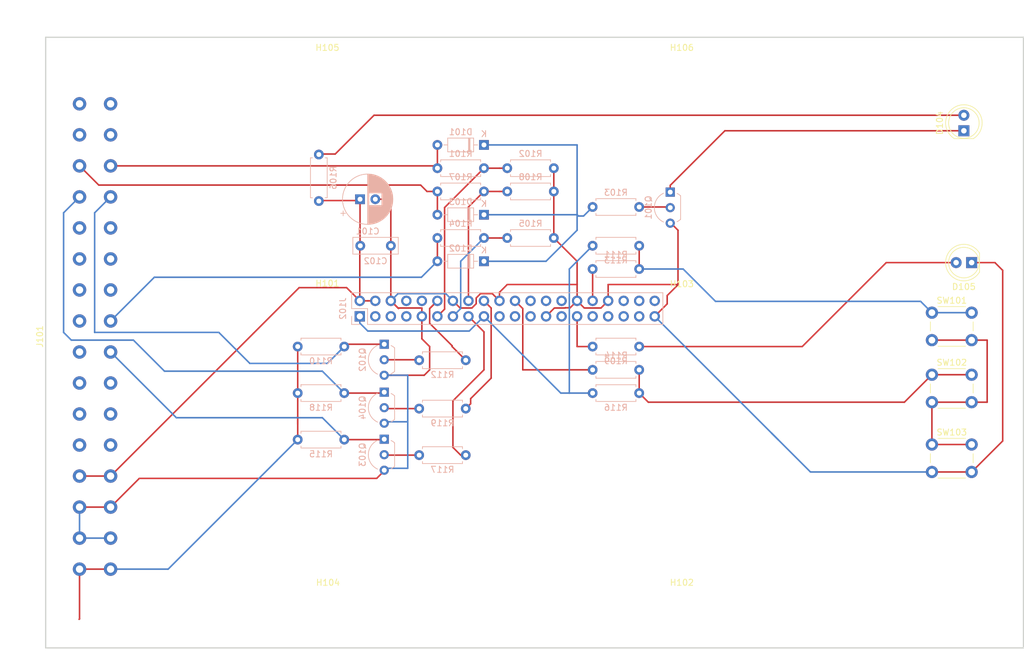
<source format=kicad_pcb>
(kicad_pcb (version 20171130) (host pcbnew "(5.0.2)-1")

  (general
    (thickness 1.6)
    (drawings 18)
    (tracks 223)
    (zones 0)
    (modules 41)
    (nets 31)
  )

  (page A4)
  (layers
    (0 F.Cu signal)
    (31 B.Cu signal)
    (32 B.Adhes user)
    (33 F.Adhes user)
    (34 B.Paste user)
    (35 F.Paste user)
    (36 B.SilkS user)
    (37 F.SilkS user)
    (38 B.Mask user)
    (39 F.Mask user)
    (40 Dwgs.User user)
    (41 Cmts.User user)
    (42 Eco1.User user)
    (43 Eco2.User user)
    (44 Edge.Cuts user)
    (45 Margin user)
    (46 B.CrtYd user)
    (47 F.CrtYd user)
    (48 B.Fab user)
    (49 F.Fab user)
  )

  (setup
    (last_trace_width 0.25)
    (trace_clearance 0.2)
    (zone_clearance 0.508)
    (zone_45_only no)
    (trace_min 0.2)
    (segment_width 0.2)
    (edge_width 0.15)
    (via_size 0.8)
    (via_drill 0.4)
    (via_min_size 0.4)
    (via_min_drill 0.3)
    (uvia_size 0.3)
    (uvia_drill 0.1)
    (uvias_allowed no)
    (uvia_min_size 0.2)
    (uvia_min_drill 0.1)
    (pcb_text_width 0.3)
    (pcb_text_size 1.5 1.5)
    (mod_edge_width 0.15)
    (mod_text_size 1 1)
    (mod_text_width 0.15)
    (pad_size 1.524 1.524)
    (pad_drill 0.762)
    (pad_to_mask_clearance 0.051)
    (solder_mask_min_width 0.25)
    (aux_axis_origin 0 0)
    (visible_elements 7FFFFFFF)
    (pcbplotparams
      (layerselection 0x010fc_ffffffff)
      (usegerberextensions false)
      (usegerberattributes false)
      (usegerberadvancedattributes false)
      (creategerberjobfile false)
      (excludeedgelayer true)
      (linewidth 0.100000)
      (plotframeref false)
      (viasonmask false)
      (mode 1)
      (useauxorigin false)
      (hpglpennumber 1)
      (hpglpenspeed 20)
      (hpglpendiameter 15.000000)
      (psnegative false)
      (psa4output false)
      (plotreference true)
      (plotvalue true)
      (plotinvisibletext false)
      (padsonsilk false)
      (subtractmaskfromsilk false)
      (outputformat 1)
      (mirror false)
      (drillshape 1)
      (scaleselection 1)
      (outputdirectory ""))
  )

  (net 0 "")
  (net 1 +5V)
  (net 2 GND)
  (net 3 /T1_Error)
  (net 4 "Net-(D101-Pad1)")
  (net 5 /T2_Error)
  (net 6 /T3_Error)
  (net 7 "Net-(D104-Pad2)")
  (net 8 "Net-(D104-Pad1)")
  (net 9 "Net-(D105-Pad2)")
  (net 10 /~T3_PWR_EN~)
  (net 11 +12V)
  (net 12 /~T1_PWR_EN~)
  (net 13 /~T2_PWR_EN~)
  (net 14 +3V3)
  (net 15 /T1_Err_3V3)
  (net 16 /T1_PWR_EN_3V3)
  (net 17 /T2_Err_3V3)
  (net 18 /T2_PWR_EN_3V3)
  (net 19 /T3_Err_3V3)
  (net 20 /T3_PWR_EN_3V3)
  (net 21 /~Reboot)
  (net 22 /Run)
  (net 23 /~Check~)
  (net 24 "Net-(Q101-Pad2)")
  (net 25 "Net-(Q102-Pad2)")
  (net 26 "Net-(Q103-Pad2)")
  (net 27 "Net-(Q104-Pad2)")
  (net 28 "Net-(R111-Pad1)")
  (net 29 "Net-(R114-Pad1)")
  (net 30 "Net-(SW101-Pad2)")

  (net_class Default "Dies ist die voreingestellte Netzklasse."
    (clearance 0.2)
    (trace_width 0.25)
    (via_dia 0.8)
    (via_drill 0.4)
    (uvia_dia 0.3)
    (uvia_drill 0.1)
    (add_net +12V)
    (add_net +3V3)
    (add_net +5V)
    (add_net /Run)
    (add_net /T1_Err_3V3)
    (add_net /T1_Error)
    (add_net /T1_PWR_EN_3V3)
    (add_net /T2_Err_3V3)
    (add_net /T2_Error)
    (add_net /T2_PWR_EN_3V3)
    (add_net /T3_Err_3V3)
    (add_net /T3_Error)
    (add_net /T3_PWR_EN_3V3)
    (add_net /~Check~)
    (add_net /~Reboot)
    (add_net /~T1_PWR_EN~)
    (add_net /~T2_PWR_EN~)
    (add_net /~T3_PWR_EN~)
    (add_net GND)
    (add_net "Net-(D101-Pad1)")
    (add_net "Net-(D104-Pad1)")
    (add_net "Net-(D104-Pad2)")
    (add_net "Net-(D105-Pad2)")
    (add_net "Net-(Q101-Pad2)")
    (add_net "Net-(Q102-Pad2)")
    (add_net "Net-(Q103-Pad2)")
    (add_net "Net-(Q104-Pad2)")
    (add_net "Net-(R111-Pad1)")
    (add_net "Net-(R114-Pad1)")
    (add_net "Net-(SW101-Pad2)")
  )

  (module Package_TO_SOT_THT:TO-92L_Inline_Wide (layer B.Cu) (tedit 5A11996A) (tstamp 5DC084F6)
    (at 174.2 77.36 270)
    (descr "TO-92L leads in-line (large body variant of TO-92), also known as TO-226, wide, drill 0.75mm (see https://www.diodes.com/assets/Package-Files/TO92L.pdf and http://www.ti.com/lit/an/snoa059/snoa059.pdf)")
    (tags "TO-92L Inline Wide transistor")
    (path /5DA8301E)
    (fp_text reference Q101 (at 2.54 3.56 270) (layer B.SilkS)
      (effects (font (size 1 1) (thickness 0.15)) (justify mirror))
    )
    (fp_text value Q_NPN_CBE (at 2.54 -2.79 270) (layer B.Fab)
      (effects (font (size 1 1) (thickness 0.15)) (justify mirror))
    )
    (fp_text user %R (at 2.54 3.56 270) (layer B.Fab)
      (effects (font (size 1 1) (thickness 0.15)) (justify mirror))
    )
    (fp_line (start 0.6 -1.7) (end 4.45 -1.7) (layer B.SilkS) (width 0.12))
    (fp_line (start 0.65 -1.6) (end 4.4 -1.6) (layer B.Fab) (width 0.1))
    (fp_line (start -1 2.75) (end 6.1 2.75) (layer B.CrtYd) (width 0.05))
    (fp_line (start -1 2.75) (end -1 -1.85) (layer B.CrtYd) (width 0.05))
    (fp_line (start 6.1 -1.85) (end 6.1 2.75) (layer B.CrtYd) (width 0.05))
    (fp_line (start 6.1 -1.85) (end -1 -1.85) (layer B.CrtYd) (width 0.05))
    (fp_arc (start 2.54 0) (end 0.6 -1.7) (angle -15.44288892) (layer B.SilkS) (width 0.12))
    (fp_arc (start 2.54 0) (end 2.54 2.6) (angle 65) (layer B.SilkS) (width 0.12))
    (fp_arc (start 2.54 0) (end 2.54 2.6) (angle -65) (layer B.SilkS) (width 0.12))
    (fp_arc (start 2.54 0) (end 2.54 2.48) (angle -129.9527847) (layer B.Fab) (width 0.1))
    (fp_arc (start 2.54 0) (end 2.54 2.48) (angle 130.2499344) (layer B.Fab) (width 0.1))
    (fp_arc (start 2.54 0) (end 4.45 -1.7) (angle 15.88591585) (layer B.SilkS) (width 0.12))
    (pad 2 thru_hole circle (at 2.54 0 180) (size 1.5 1.5) (drill 0.8) (layers *.Cu *.Mask)
      (net 24 "Net-(Q101-Pad2)"))
    (pad 3 thru_hole circle (at 5.08 0 180) (size 1.5 1.5) (drill 0.8) (layers *.Cu *.Mask)
      (net 2 GND))
    (pad 1 thru_hole rect (at 0 0 180) (size 1.5 1.5) (drill 0.8) (layers *.Cu *.Mask)
      (net 8 "Net-(D104-Pad1)"))
    (model ${KISYS3DMOD}/Package_TO_SOT_THT.3dshapes/TO-92L_Inline_Wide.wrl
      (at (xyz 0 0 0))
      (scale (xyz 1 1 1))
      (rotate (xyz 0 0 0))
    )
  )

  (module Resistor_THT:R_Axial_DIN0207_L6.3mm_D2.5mm_P7.62mm_Horizontal (layer B.Cu) (tedit 5AE5139B) (tstamp 5DC084B7)
    (at 169.12 79.79 180)
    (descr "Resistor, Axial_DIN0207 series, Axial, Horizontal, pin pitch=7.62mm, 0.25W = 1/4W, length*diameter=6.3*2.5mm^2, http://cdn-reichelt.de/documents/datenblatt/B400/1_4W%23YAG.pdf")
    (tags "Resistor Axial_DIN0207 series Axial Horizontal pin pitch 7.62mm 0.25W = 1/4W length 6.3mm diameter 2.5mm")
    (path /5DAC6E37)
    (fp_text reference R103 (at 3.81 2.37 180) (layer B.SilkS)
      (effects (font (size 1 1) (thickness 0.15)) (justify mirror))
    )
    (fp_text value 1k (at 3.81 -2.37 180) (layer B.Fab)
      (effects (font (size 1 1) (thickness 0.15)) (justify mirror))
    )
    (fp_line (start 0.66 1.25) (end 0.66 -1.25) (layer B.Fab) (width 0.1))
    (fp_line (start 0.66 -1.25) (end 6.96 -1.25) (layer B.Fab) (width 0.1))
    (fp_line (start 6.96 -1.25) (end 6.96 1.25) (layer B.Fab) (width 0.1))
    (fp_line (start 6.96 1.25) (end 0.66 1.25) (layer B.Fab) (width 0.1))
    (fp_line (start 0 0) (end 0.66 0) (layer B.Fab) (width 0.1))
    (fp_line (start 7.62 0) (end 6.96 0) (layer B.Fab) (width 0.1))
    (fp_line (start 0.54 1.04) (end 0.54 1.37) (layer B.SilkS) (width 0.12))
    (fp_line (start 0.54 1.37) (end 7.08 1.37) (layer B.SilkS) (width 0.12))
    (fp_line (start 7.08 1.37) (end 7.08 1.04) (layer B.SilkS) (width 0.12))
    (fp_line (start 0.54 -1.04) (end 0.54 -1.37) (layer B.SilkS) (width 0.12))
    (fp_line (start 0.54 -1.37) (end 7.08 -1.37) (layer B.SilkS) (width 0.12))
    (fp_line (start 7.08 -1.37) (end 7.08 -1.04) (layer B.SilkS) (width 0.12))
    (fp_line (start -1.05 1.5) (end -1.05 -1.5) (layer B.CrtYd) (width 0.05))
    (fp_line (start -1.05 -1.5) (end 8.67 -1.5) (layer B.CrtYd) (width 0.05))
    (fp_line (start 8.67 -1.5) (end 8.67 1.5) (layer B.CrtYd) (width 0.05))
    (fp_line (start 8.67 1.5) (end -1.05 1.5) (layer B.CrtYd) (width 0.05))
    (fp_text user %R (at 3.81 0 180) (layer B.Fab)
      (effects (font (size 1 1) (thickness 0.15)) (justify mirror))
    )
    (pad 1 thru_hole circle (at 0 0 180) (size 1.6 1.6) (drill 0.8) (layers *.Cu *.Mask)
      (net 24 "Net-(Q101-Pad2)"))
    (pad 2 thru_hole oval (at 7.62 0 180) (size 1.6 1.6) (drill 0.8) (layers *.Cu *.Mask)
      (net 4 "Net-(D101-Pad1)"))
    (model ${KISYS3DMOD}/Resistor_THT.3dshapes/R_Axial_DIN0207_L6.3mm_D2.5mm_P7.62mm_Horizontal.wrl
      (at (xyz 0 0 0))
      (scale (xyz 1 1 1))
      (rotate (xyz 0 0 0))
    )
  )

  (module Package_TO_SOT_THT:TO-92L_Inline_Wide (layer B.Cu) (tedit 5A11996A) (tstamp 5DC0847B)
    (at 127.4 102.269111 270)
    (descr "TO-92L leads in-line (large body variant of TO-92), also known as TO-226, wide, drill 0.75mm (see https://www.diodes.com/assets/Package-Files/TO92L.pdf and http://www.ti.com/lit/an/snoa059/snoa059.pdf)")
    (tags "TO-92L Inline Wide transistor")
    (path /5DAC6D8E)
    (fp_text reference Q102 (at 2.54 3.56 270) (layer B.SilkS)
      (effects (font (size 1 1) (thickness 0.15)) (justify mirror))
    )
    (fp_text value Q_NPN_CBE (at 2.54 -2.79 270) (layer B.Fab)
      (effects (font (size 1 1) (thickness 0.15)) (justify mirror))
    )
    (fp_text user %R (at 2.54 3.56 270) (layer B.Fab)
      (effects (font (size 1 1) (thickness 0.15)) (justify mirror))
    )
    (fp_line (start 0.6 -1.7) (end 4.45 -1.7) (layer B.SilkS) (width 0.12))
    (fp_line (start 0.65 -1.6) (end 4.4 -1.6) (layer B.Fab) (width 0.1))
    (fp_line (start -1 2.75) (end 6.1 2.75) (layer B.CrtYd) (width 0.05))
    (fp_line (start -1 2.75) (end -1 -1.85) (layer B.CrtYd) (width 0.05))
    (fp_line (start 6.1 -1.85) (end 6.1 2.75) (layer B.CrtYd) (width 0.05))
    (fp_line (start 6.1 -1.85) (end -1 -1.85) (layer B.CrtYd) (width 0.05))
    (fp_arc (start 2.54 0) (end 0.6 -1.7) (angle -15.44288892) (layer B.SilkS) (width 0.12))
    (fp_arc (start 2.54 0) (end 2.54 2.6) (angle 65) (layer B.SilkS) (width 0.12))
    (fp_arc (start 2.54 0) (end 2.54 2.6) (angle -65) (layer B.SilkS) (width 0.12))
    (fp_arc (start 2.54 0) (end 2.54 2.48) (angle -129.9527847) (layer B.Fab) (width 0.1))
    (fp_arc (start 2.54 0) (end 2.54 2.48) (angle 130.2499344) (layer B.Fab) (width 0.1))
    (fp_arc (start 2.54 0) (end 4.45 -1.7) (angle 15.88591585) (layer B.SilkS) (width 0.12))
    (pad 2 thru_hole circle (at 2.54 0 180) (size 1.5 1.5) (drill 0.8) (layers *.Cu *.Mask)
      (net 25 "Net-(Q102-Pad2)"))
    (pad 3 thru_hole circle (at 5.08 0 180) (size 1.5 1.5) (drill 0.8) (layers *.Cu *.Mask)
      (net 2 GND))
    (pad 1 thru_hole rect (at 0 0 180) (size 1.5 1.5) (drill 0.8) (layers *.Cu *.Mask)
      (net 12 /~T1_PWR_EN~))
    (model ${KISYS3DMOD}/Package_TO_SOT_THT.3dshapes/TO-92L_Inline_Wide.wrl
      (at (xyz 0 0 0))
      (scale (xyz 1 1 1))
      (rotate (xyz 0 0 0))
    )
  )

  (module Resistor_THT:R_Axial_DIN0207_L6.3mm_D2.5mm_P7.62mm_Horizontal (layer B.Cu) (tedit 5AE5139B) (tstamp 5DC0843C)
    (at 133.118162 112.81)
    (descr "Resistor, Axial_DIN0207 series, Axial, Horizontal, pin pitch=7.62mm, 0.25W = 1/4W, length*diameter=6.3*2.5mm^2, http://cdn-reichelt.de/documents/datenblatt/B400/1_4W%23YAG.pdf")
    (tags "Resistor Axial_DIN0207 series Axial Horizontal pin pitch 7.62mm 0.25W = 1/4W length 6.3mm diameter 2.5mm")
    (path /5DA9996F)
    (fp_text reference R119 (at 3.81 2.37) (layer B.SilkS)
      (effects (font (size 1 1) (thickness 0.15)) (justify mirror))
    )
    (fp_text value 1k (at 3.81 -2.37) (layer B.Fab)
      (effects (font (size 1 1) (thickness 0.15)) (justify mirror))
    )
    (fp_line (start 0.66 1.25) (end 0.66 -1.25) (layer B.Fab) (width 0.1))
    (fp_line (start 0.66 -1.25) (end 6.96 -1.25) (layer B.Fab) (width 0.1))
    (fp_line (start 6.96 -1.25) (end 6.96 1.25) (layer B.Fab) (width 0.1))
    (fp_line (start 6.96 1.25) (end 0.66 1.25) (layer B.Fab) (width 0.1))
    (fp_line (start 0 0) (end 0.66 0) (layer B.Fab) (width 0.1))
    (fp_line (start 7.62 0) (end 6.96 0) (layer B.Fab) (width 0.1))
    (fp_line (start 0.54 1.04) (end 0.54 1.37) (layer B.SilkS) (width 0.12))
    (fp_line (start 0.54 1.37) (end 7.08 1.37) (layer B.SilkS) (width 0.12))
    (fp_line (start 7.08 1.37) (end 7.08 1.04) (layer B.SilkS) (width 0.12))
    (fp_line (start 0.54 -1.04) (end 0.54 -1.37) (layer B.SilkS) (width 0.12))
    (fp_line (start 0.54 -1.37) (end 7.08 -1.37) (layer B.SilkS) (width 0.12))
    (fp_line (start 7.08 -1.37) (end 7.08 -1.04) (layer B.SilkS) (width 0.12))
    (fp_line (start -1.05 1.5) (end -1.05 -1.5) (layer B.CrtYd) (width 0.05))
    (fp_line (start -1.05 -1.5) (end 8.67 -1.5) (layer B.CrtYd) (width 0.05))
    (fp_line (start 8.67 -1.5) (end 8.67 1.5) (layer B.CrtYd) (width 0.05))
    (fp_line (start 8.67 1.5) (end -1.05 1.5) (layer B.CrtYd) (width 0.05))
    (fp_text user %R (at 3.81 0) (layer B.Fab)
      (effects (font (size 1 1) (thickness 0.15)) (justify mirror))
    )
    (pad 1 thru_hole circle (at 0 0) (size 1.6 1.6) (drill 0.8) (layers *.Cu *.Mask)
      (net 27 "Net-(Q104-Pad2)"))
    (pad 2 thru_hole oval (at 7.62 0) (size 1.6 1.6) (drill 0.8) (layers *.Cu *.Mask)
      (net 20 /T3_PWR_EN_3V3))
    (model ${KISYS3DMOD}/Resistor_THT.3dshapes/R_Axial_DIN0207_L6.3mm_D2.5mm_P7.62mm_Horizontal.wrl
      (at (xyz 0 0 0))
      (scale (xyz 1 1 1))
      (rotate (xyz 0 0 0))
    )
  )

  (module Resistor_THT:R_Axial_DIN0207_L6.3mm_D2.5mm_P7.62mm_Horizontal (layer B.Cu) (tedit 5AE5139B) (tstamp 5DC083FA)
    (at 133.118162 104.885248)
    (descr "Resistor, Axial_DIN0207 series, Axial, Horizontal, pin pitch=7.62mm, 0.25W = 1/4W, length*diameter=6.3*2.5mm^2, http://cdn-reichelt.de/documents/datenblatt/B400/1_4W%23YAG.pdf")
    (tags "Resistor Axial_DIN0207 series Axial Horizontal pin pitch 7.62mm 0.25W = 1/4W length 6.3mm diameter 2.5mm")
    (path /5DAC6E7B)
    (fp_text reference R112 (at 3.81 2.37) (layer B.SilkS)
      (effects (font (size 1 1) (thickness 0.15)) (justify mirror))
    )
    (fp_text value 1k (at 3.81 -2.37) (layer B.Fab)
      (effects (font (size 1 1) (thickness 0.15)) (justify mirror))
    )
    (fp_text user %R (at 3.81 0) (layer B.Fab)
      (effects (font (size 1 1) (thickness 0.15)) (justify mirror))
    )
    (fp_line (start 8.67 1.5) (end -1.05 1.5) (layer B.CrtYd) (width 0.05))
    (fp_line (start 8.67 -1.5) (end 8.67 1.5) (layer B.CrtYd) (width 0.05))
    (fp_line (start -1.05 -1.5) (end 8.67 -1.5) (layer B.CrtYd) (width 0.05))
    (fp_line (start -1.05 1.5) (end -1.05 -1.5) (layer B.CrtYd) (width 0.05))
    (fp_line (start 7.08 -1.37) (end 7.08 -1.04) (layer B.SilkS) (width 0.12))
    (fp_line (start 0.54 -1.37) (end 7.08 -1.37) (layer B.SilkS) (width 0.12))
    (fp_line (start 0.54 -1.04) (end 0.54 -1.37) (layer B.SilkS) (width 0.12))
    (fp_line (start 7.08 1.37) (end 7.08 1.04) (layer B.SilkS) (width 0.12))
    (fp_line (start 0.54 1.37) (end 7.08 1.37) (layer B.SilkS) (width 0.12))
    (fp_line (start 0.54 1.04) (end 0.54 1.37) (layer B.SilkS) (width 0.12))
    (fp_line (start 7.62 0) (end 6.96 0) (layer B.Fab) (width 0.1))
    (fp_line (start 0 0) (end 0.66 0) (layer B.Fab) (width 0.1))
    (fp_line (start 6.96 1.25) (end 0.66 1.25) (layer B.Fab) (width 0.1))
    (fp_line (start 6.96 -1.25) (end 6.96 1.25) (layer B.Fab) (width 0.1))
    (fp_line (start 0.66 -1.25) (end 6.96 -1.25) (layer B.Fab) (width 0.1))
    (fp_line (start 0.66 1.25) (end 0.66 -1.25) (layer B.Fab) (width 0.1))
    (pad 2 thru_hole oval (at 7.62 0) (size 1.6 1.6) (drill 0.8) (layers *.Cu *.Mask)
      (net 16 /T1_PWR_EN_3V3))
    (pad 1 thru_hole circle (at 0 0) (size 1.6 1.6) (drill 0.8) (layers *.Cu *.Mask)
      (net 25 "Net-(Q102-Pad2)"))
    (model ${KISYS3DMOD}/Resistor_THT.3dshapes/R_Axial_DIN0207_L6.3mm_D2.5mm_P7.62mm_Horizontal.wrl
      (at (xyz 0 0 0))
      (scale (xyz 1 1 1))
      (rotate (xyz 0 0 0))
    )
  )

  (module Package_TO_SOT_THT:TO-92L_Inline_Wide (layer B.Cu) (tedit 5A11996A) (tstamp 5DC083BE)
    (at 127.4 117.82 270)
    (descr "TO-92L leads in-line (large body variant of TO-92), also known as TO-226, wide, drill 0.75mm (see https://www.diodes.com/assets/Package-Files/TO92L.pdf and http://www.ti.com/lit/an/snoa059/snoa059.pdf)")
    (tags "TO-92L Inline Wide transistor")
    (path /5DA9586C)
    (fp_text reference Q103 (at 2.54 3.56 270) (layer B.SilkS)
      (effects (font (size 1 1) (thickness 0.15)) (justify mirror))
    )
    (fp_text value Q_NPN_CBE (at 2.54 -2.79 270) (layer B.Fab)
      (effects (font (size 1 1) (thickness 0.15)) (justify mirror))
    )
    (fp_arc (start 2.54 0) (end 4.45 -1.7) (angle 15.88591585) (layer B.SilkS) (width 0.12))
    (fp_arc (start 2.54 0) (end 2.54 2.48) (angle 130.2499344) (layer B.Fab) (width 0.1))
    (fp_arc (start 2.54 0) (end 2.54 2.48) (angle -129.9527847) (layer B.Fab) (width 0.1))
    (fp_arc (start 2.54 0) (end 2.54 2.6) (angle -65) (layer B.SilkS) (width 0.12))
    (fp_arc (start 2.54 0) (end 2.54 2.6) (angle 65) (layer B.SilkS) (width 0.12))
    (fp_arc (start 2.54 0) (end 0.6 -1.7) (angle -15.44288892) (layer B.SilkS) (width 0.12))
    (fp_line (start 6.1 -1.85) (end -1 -1.85) (layer B.CrtYd) (width 0.05))
    (fp_line (start 6.1 -1.85) (end 6.1 2.75) (layer B.CrtYd) (width 0.05))
    (fp_line (start -1 2.75) (end -1 -1.85) (layer B.CrtYd) (width 0.05))
    (fp_line (start -1 2.75) (end 6.1 2.75) (layer B.CrtYd) (width 0.05))
    (fp_line (start 0.65 -1.6) (end 4.4 -1.6) (layer B.Fab) (width 0.1))
    (fp_line (start 0.6 -1.7) (end 4.45 -1.7) (layer B.SilkS) (width 0.12))
    (fp_text user %R (at 2.54 3.56 270) (layer B.Fab)
      (effects (font (size 1 1) (thickness 0.15)) (justify mirror))
    )
    (pad 1 thru_hole rect (at 0 0 180) (size 1.5 1.5) (drill 0.8) (layers *.Cu *.Mask)
      (net 13 /~T2_PWR_EN~))
    (pad 3 thru_hole circle (at 5.08 0 180) (size 1.5 1.5) (drill 0.8) (layers *.Cu *.Mask)
      (net 2 GND))
    (pad 2 thru_hole circle (at 2.54 0 180) (size 1.5 1.5) (drill 0.8) (layers *.Cu *.Mask)
      (net 26 "Net-(Q103-Pad2)"))
    (model ${KISYS3DMOD}/Package_TO_SOT_THT.3dshapes/TO-92L_Inline_Wide.wrl
      (at (xyz 0 0 0))
      (scale (xyz 1 1 1))
      (rotate (xyz 0 0 0))
    )
  )

  (module Package_TO_SOT_THT:TO-92L_Inline_Wide (layer B.Cu) (tedit 5A11996A) (tstamp 5DC08385)
    (at 127.4 110.12 270)
    (descr "TO-92L leads in-line (large body variant of TO-92), also known as TO-226, wide, drill 0.75mm (see https://www.diodes.com/assets/Package-Files/TO92L.pdf and http://www.ti.com/lit/an/snoa059/snoa059.pdf)")
    (tags "TO-92L Inline Wide transistor")
    (path /5DA9995B)
    (fp_text reference Q104 (at 2.54 3.56 270) (layer B.SilkS)
      (effects (font (size 1 1) (thickness 0.15)) (justify mirror))
    )
    (fp_text value Q_NPN_CBE (at 2.54 -2.79 270) (layer B.Fab)
      (effects (font (size 1 1) (thickness 0.15)) (justify mirror))
    )
    (fp_arc (start 2.54 0) (end 4.45 -1.7) (angle 15.88591585) (layer B.SilkS) (width 0.12))
    (fp_arc (start 2.54 0) (end 2.54 2.48) (angle 130.2499344) (layer B.Fab) (width 0.1))
    (fp_arc (start 2.54 0) (end 2.54 2.48) (angle -129.9527847) (layer B.Fab) (width 0.1))
    (fp_arc (start 2.54 0) (end 2.54 2.6) (angle -65) (layer B.SilkS) (width 0.12))
    (fp_arc (start 2.54 0) (end 2.54 2.6) (angle 65) (layer B.SilkS) (width 0.12))
    (fp_arc (start 2.54 0) (end 0.6 -1.7) (angle -15.44288892) (layer B.SilkS) (width 0.12))
    (fp_line (start 6.1 -1.85) (end -1 -1.85) (layer B.CrtYd) (width 0.05))
    (fp_line (start 6.1 -1.85) (end 6.1 2.75) (layer B.CrtYd) (width 0.05))
    (fp_line (start -1 2.75) (end -1 -1.85) (layer B.CrtYd) (width 0.05))
    (fp_line (start -1 2.75) (end 6.1 2.75) (layer B.CrtYd) (width 0.05))
    (fp_line (start 0.65 -1.6) (end 4.4 -1.6) (layer B.Fab) (width 0.1))
    (fp_line (start 0.6 -1.7) (end 4.45 -1.7) (layer B.SilkS) (width 0.12))
    (fp_text user %R (at 2.54 3.56 270) (layer B.Fab)
      (effects (font (size 1 1) (thickness 0.15)) (justify mirror))
    )
    (pad 1 thru_hole rect (at 0 0 180) (size 1.5 1.5) (drill 0.8) (layers *.Cu *.Mask)
      (net 10 /~T3_PWR_EN~))
    (pad 3 thru_hole circle (at 5.08 0 180) (size 1.5 1.5) (drill 0.8) (layers *.Cu *.Mask)
      (net 2 GND))
    (pad 2 thru_hole circle (at 2.54 0 180) (size 1.5 1.5) (drill 0.8) (layers *.Cu *.Mask)
      (net 27 "Net-(Q104-Pad2)"))
    (model ${KISYS3DMOD}/Package_TO_SOT_THT.3dshapes/TO-92L_Inline_Wide.wrl
      (at (xyz 0 0 0))
      (scale (xyz 1 1 1))
      (rotate (xyz 0 0 0))
    )
  )

  (module Capacitor_THT:CP_Radial_D8.0mm_P2.50mm (layer B.Cu) (tedit 5AE50EF0) (tstamp 5DC08222)
    (at 123.44 78.52)
    (descr "CP, Radial series, Radial, pin pitch=2.50mm, , diameter=8mm, Electrolytic Capacitor")
    (tags "CP Radial series Radial pin pitch 2.50mm  diameter 8mm Electrolytic Capacitor")
    (path /5DA73B60)
    (fp_text reference C101 (at 1.25 5.25) (layer B.SilkS)
      (effects (font (size 1 1) (thickness 0.15)) (justify mirror))
    )
    (fp_text value 100u/16V (at 1.25 -5.25) (layer B.Fab)
      (effects (font (size 1 1) (thickness 0.15)) (justify mirror))
    )
    (fp_circle (center 1.25 0) (end 5.25 0) (layer B.Fab) (width 0.1))
    (fp_circle (center 1.25 0) (end 5.37 0) (layer B.SilkS) (width 0.12))
    (fp_circle (center 1.25 0) (end 5.5 0) (layer B.CrtYd) (width 0.05))
    (fp_line (start -2.176759 1.7475) (end -1.376759 1.7475) (layer B.Fab) (width 0.1))
    (fp_line (start -1.776759 2.1475) (end -1.776759 1.3475) (layer B.Fab) (width 0.1))
    (fp_line (start 1.25 4.08) (end 1.25 -4.08) (layer B.SilkS) (width 0.12))
    (fp_line (start 1.29 4.08) (end 1.29 -4.08) (layer B.SilkS) (width 0.12))
    (fp_line (start 1.33 4.08) (end 1.33 -4.08) (layer B.SilkS) (width 0.12))
    (fp_line (start 1.37 4.079) (end 1.37 -4.079) (layer B.SilkS) (width 0.12))
    (fp_line (start 1.41 4.077) (end 1.41 -4.077) (layer B.SilkS) (width 0.12))
    (fp_line (start 1.45 4.076) (end 1.45 -4.076) (layer B.SilkS) (width 0.12))
    (fp_line (start 1.49 4.074) (end 1.49 1.04) (layer B.SilkS) (width 0.12))
    (fp_line (start 1.49 -1.04) (end 1.49 -4.074) (layer B.SilkS) (width 0.12))
    (fp_line (start 1.53 4.071) (end 1.53 1.04) (layer B.SilkS) (width 0.12))
    (fp_line (start 1.53 -1.04) (end 1.53 -4.071) (layer B.SilkS) (width 0.12))
    (fp_line (start 1.57 4.068) (end 1.57 1.04) (layer B.SilkS) (width 0.12))
    (fp_line (start 1.57 -1.04) (end 1.57 -4.068) (layer B.SilkS) (width 0.12))
    (fp_line (start 1.61 4.065) (end 1.61 1.04) (layer B.SilkS) (width 0.12))
    (fp_line (start 1.61 -1.04) (end 1.61 -4.065) (layer B.SilkS) (width 0.12))
    (fp_line (start 1.65 4.061) (end 1.65 1.04) (layer B.SilkS) (width 0.12))
    (fp_line (start 1.65 -1.04) (end 1.65 -4.061) (layer B.SilkS) (width 0.12))
    (fp_line (start 1.69 4.057) (end 1.69 1.04) (layer B.SilkS) (width 0.12))
    (fp_line (start 1.69 -1.04) (end 1.69 -4.057) (layer B.SilkS) (width 0.12))
    (fp_line (start 1.73 4.052) (end 1.73 1.04) (layer B.SilkS) (width 0.12))
    (fp_line (start 1.73 -1.04) (end 1.73 -4.052) (layer B.SilkS) (width 0.12))
    (fp_line (start 1.77 4.048) (end 1.77 1.04) (layer B.SilkS) (width 0.12))
    (fp_line (start 1.77 -1.04) (end 1.77 -4.048) (layer B.SilkS) (width 0.12))
    (fp_line (start 1.81 4.042) (end 1.81 1.04) (layer B.SilkS) (width 0.12))
    (fp_line (start 1.81 -1.04) (end 1.81 -4.042) (layer B.SilkS) (width 0.12))
    (fp_line (start 1.85 4.037) (end 1.85 1.04) (layer B.SilkS) (width 0.12))
    (fp_line (start 1.85 -1.04) (end 1.85 -4.037) (layer B.SilkS) (width 0.12))
    (fp_line (start 1.89 4.03) (end 1.89 1.04) (layer B.SilkS) (width 0.12))
    (fp_line (start 1.89 -1.04) (end 1.89 -4.03) (layer B.SilkS) (width 0.12))
    (fp_line (start 1.93 4.024) (end 1.93 1.04) (layer B.SilkS) (width 0.12))
    (fp_line (start 1.93 -1.04) (end 1.93 -4.024) (layer B.SilkS) (width 0.12))
    (fp_line (start 1.971 4.017) (end 1.971 1.04) (layer B.SilkS) (width 0.12))
    (fp_line (start 1.971 -1.04) (end 1.971 -4.017) (layer B.SilkS) (width 0.12))
    (fp_line (start 2.011 4.01) (end 2.011 1.04) (layer B.SilkS) (width 0.12))
    (fp_line (start 2.011 -1.04) (end 2.011 -4.01) (layer B.SilkS) (width 0.12))
    (fp_line (start 2.051 4.002) (end 2.051 1.04) (layer B.SilkS) (width 0.12))
    (fp_line (start 2.051 -1.04) (end 2.051 -4.002) (layer B.SilkS) (width 0.12))
    (fp_line (start 2.091 3.994) (end 2.091 1.04) (layer B.SilkS) (width 0.12))
    (fp_line (start 2.091 -1.04) (end 2.091 -3.994) (layer B.SilkS) (width 0.12))
    (fp_line (start 2.131 3.985) (end 2.131 1.04) (layer B.SilkS) (width 0.12))
    (fp_line (start 2.131 -1.04) (end 2.131 -3.985) (layer B.SilkS) (width 0.12))
    (fp_line (start 2.171 3.976) (end 2.171 1.04) (layer B.SilkS) (width 0.12))
    (fp_line (start 2.171 -1.04) (end 2.171 -3.976) (layer B.SilkS) (width 0.12))
    (fp_line (start 2.211 3.967) (end 2.211 1.04) (layer B.SilkS) (width 0.12))
    (fp_line (start 2.211 -1.04) (end 2.211 -3.967) (layer B.SilkS) (width 0.12))
    (fp_line (start 2.251 3.957) (end 2.251 1.04) (layer B.SilkS) (width 0.12))
    (fp_line (start 2.251 -1.04) (end 2.251 -3.957) (layer B.SilkS) (width 0.12))
    (fp_line (start 2.291 3.947) (end 2.291 1.04) (layer B.SilkS) (width 0.12))
    (fp_line (start 2.291 -1.04) (end 2.291 -3.947) (layer B.SilkS) (width 0.12))
    (fp_line (start 2.331 3.936) (end 2.331 1.04) (layer B.SilkS) (width 0.12))
    (fp_line (start 2.331 -1.04) (end 2.331 -3.936) (layer B.SilkS) (width 0.12))
    (fp_line (start 2.371 3.925) (end 2.371 1.04) (layer B.SilkS) (width 0.12))
    (fp_line (start 2.371 -1.04) (end 2.371 -3.925) (layer B.SilkS) (width 0.12))
    (fp_line (start 2.411 3.914) (end 2.411 1.04) (layer B.SilkS) (width 0.12))
    (fp_line (start 2.411 -1.04) (end 2.411 -3.914) (layer B.SilkS) (width 0.12))
    (fp_line (start 2.451 3.902) (end 2.451 1.04) (layer B.SilkS) (width 0.12))
    (fp_line (start 2.451 -1.04) (end 2.451 -3.902) (layer B.SilkS) (width 0.12))
    (fp_line (start 2.491 3.889) (end 2.491 1.04) (layer B.SilkS) (width 0.12))
    (fp_line (start 2.491 -1.04) (end 2.491 -3.889) (layer B.SilkS) (width 0.12))
    (fp_line (start 2.531 3.877) (end 2.531 1.04) (layer B.SilkS) (width 0.12))
    (fp_line (start 2.531 -1.04) (end 2.531 -3.877) (layer B.SilkS) (width 0.12))
    (fp_line (start 2.571 3.863) (end 2.571 1.04) (layer B.SilkS) (width 0.12))
    (fp_line (start 2.571 -1.04) (end 2.571 -3.863) (layer B.SilkS) (width 0.12))
    (fp_line (start 2.611 3.85) (end 2.611 1.04) (layer B.SilkS) (width 0.12))
    (fp_line (start 2.611 -1.04) (end 2.611 -3.85) (layer B.SilkS) (width 0.12))
    (fp_line (start 2.651 3.835) (end 2.651 1.04) (layer B.SilkS) (width 0.12))
    (fp_line (start 2.651 -1.04) (end 2.651 -3.835) (layer B.SilkS) (width 0.12))
    (fp_line (start 2.691 3.821) (end 2.691 1.04) (layer B.SilkS) (width 0.12))
    (fp_line (start 2.691 -1.04) (end 2.691 -3.821) (layer B.SilkS) (width 0.12))
    (fp_line (start 2.731 3.805) (end 2.731 1.04) (layer B.SilkS) (width 0.12))
    (fp_line (start 2.731 -1.04) (end 2.731 -3.805) (layer B.SilkS) (width 0.12))
    (fp_line (start 2.771 3.79) (end 2.771 1.04) (layer B.SilkS) (width 0.12))
    (fp_line (start 2.771 -1.04) (end 2.771 -3.79) (layer B.SilkS) (width 0.12))
    (fp_line (start 2.811 3.774) (end 2.811 1.04) (layer B.SilkS) (width 0.12))
    (fp_line (start 2.811 -1.04) (end 2.811 -3.774) (layer B.SilkS) (width 0.12))
    (fp_line (start 2.851 3.757) (end 2.851 1.04) (layer B.SilkS) (width 0.12))
    (fp_line (start 2.851 -1.04) (end 2.851 -3.757) (layer B.SilkS) (width 0.12))
    (fp_line (start 2.891 3.74) (end 2.891 1.04) (layer B.SilkS) (width 0.12))
    (fp_line (start 2.891 -1.04) (end 2.891 -3.74) (layer B.SilkS) (width 0.12))
    (fp_line (start 2.931 3.722) (end 2.931 1.04) (layer B.SilkS) (width 0.12))
    (fp_line (start 2.931 -1.04) (end 2.931 -3.722) (layer B.SilkS) (width 0.12))
    (fp_line (start 2.971 3.704) (end 2.971 1.04) (layer B.SilkS) (width 0.12))
    (fp_line (start 2.971 -1.04) (end 2.971 -3.704) (layer B.SilkS) (width 0.12))
    (fp_line (start 3.011 3.686) (end 3.011 1.04) (layer B.SilkS) (width 0.12))
    (fp_line (start 3.011 -1.04) (end 3.011 -3.686) (layer B.SilkS) (width 0.12))
    (fp_line (start 3.051 3.666) (end 3.051 1.04) (layer B.SilkS) (width 0.12))
    (fp_line (start 3.051 -1.04) (end 3.051 -3.666) (layer B.SilkS) (width 0.12))
    (fp_line (start 3.091 3.647) (end 3.091 1.04) (layer B.SilkS) (width 0.12))
    (fp_line (start 3.091 -1.04) (end 3.091 -3.647) (layer B.SilkS) (width 0.12))
    (fp_line (start 3.131 3.627) (end 3.131 1.04) (layer B.SilkS) (width 0.12))
    (fp_line (start 3.131 -1.04) (end 3.131 -3.627) (layer B.SilkS) (width 0.12))
    (fp_line (start 3.171 3.606) (end 3.171 1.04) (layer B.SilkS) (width 0.12))
    (fp_line (start 3.171 -1.04) (end 3.171 -3.606) (layer B.SilkS) (width 0.12))
    (fp_line (start 3.211 3.584) (end 3.211 1.04) (layer B.SilkS) (width 0.12))
    (fp_line (start 3.211 -1.04) (end 3.211 -3.584) (layer B.SilkS) (width 0.12))
    (fp_line (start 3.251 3.562) (end 3.251 1.04) (layer B.SilkS) (width 0.12))
    (fp_line (start 3.251 -1.04) (end 3.251 -3.562) (layer B.SilkS) (width 0.12))
    (fp_line (start 3.291 3.54) (end 3.291 1.04) (layer B.SilkS) (width 0.12))
    (fp_line (start 3.291 -1.04) (end 3.291 -3.54) (layer B.SilkS) (width 0.12))
    (fp_line (start 3.331 3.517) (end 3.331 1.04) (layer B.SilkS) (width 0.12))
    (fp_line (start 3.331 -1.04) (end 3.331 -3.517) (layer B.SilkS) (width 0.12))
    (fp_line (start 3.371 3.493) (end 3.371 1.04) (layer B.SilkS) (width 0.12))
    (fp_line (start 3.371 -1.04) (end 3.371 -3.493) (layer B.SilkS) (width 0.12))
    (fp_line (start 3.411 3.469) (end 3.411 1.04) (layer B.SilkS) (width 0.12))
    (fp_line (start 3.411 -1.04) (end 3.411 -3.469) (layer B.SilkS) (width 0.12))
    (fp_line (start 3.451 3.444) (end 3.451 1.04) (layer B.SilkS) (width 0.12))
    (fp_line (start 3.451 -1.04) (end 3.451 -3.444) (layer B.SilkS) (width 0.12))
    (fp_line (start 3.491 3.418) (end 3.491 1.04) (layer B.SilkS) (width 0.12))
    (fp_line (start 3.491 -1.04) (end 3.491 -3.418) (layer B.SilkS) (width 0.12))
    (fp_line (start 3.531 3.392) (end 3.531 1.04) (layer B.SilkS) (width 0.12))
    (fp_line (start 3.531 -1.04) (end 3.531 -3.392) (layer B.SilkS) (width 0.12))
    (fp_line (start 3.571 3.365) (end 3.571 -3.365) (layer B.SilkS) (width 0.12))
    (fp_line (start 3.611 3.338) (end 3.611 -3.338) (layer B.SilkS) (width 0.12))
    (fp_line (start 3.651 3.309) (end 3.651 -3.309) (layer B.SilkS) (width 0.12))
    (fp_line (start 3.691 3.28) (end 3.691 -3.28) (layer B.SilkS) (width 0.12))
    (fp_line (start 3.731 3.25) (end 3.731 -3.25) (layer B.SilkS) (width 0.12))
    (fp_line (start 3.771 3.22) (end 3.771 -3.22) (layer B.SilkS) (width 0.12))
    (fp_line (start 3.811 3.189) (end 3.811 -3.189) (layer B.SilkS) (width 0.12))
    (fp_line (start 3.851 3.156) (end 3.851 -3.156) (layer B.SilkS) (width 0.12))
    (fp_line (start 3.891 3.124) (end 3.891 -3.124) (layer B.SilkS) (width 0.12))
    (fp_line (start 3.931 3.09) (end 3.931 -3.09) (layer B.SilkS) (width 0.12))
    (fp_line (start 3.971 3.055) (end 3.971 -3.055) (layer B.SilkS) (width 0.12))
    (fp_line (start 4.011 3.019) (end 4.011 -3.019) (layer B.SilkS) (width 0.12))
    (fp_line (start 4.051 2.983) (end 4.051 -2.983) (layer B.SilkS) (width 0.12))
    (fp_line (start 4.091 2.945) (end 4.091 -2.945) (layer B.SilkS) (width 0.12))
    (fp_line (start 4.131 2.907) (end 4.131 -2.907) (layer B.SilkS) (width 0.12))
    (fp_line (start 4.171 2.867) (end 4.171 -2.867) (layer B.SilkS) (width 0.12))
    (fp_line (start 4.211 2.826) (end 4.211 -2.826) (layer B.SilkS) (width 0.12))
    (fp_line (start 4.251 2.784) (end 4.251 -2.784) (layer B.SilkS) (width 0.12))
    (fp_line (start 4.291 2.741) (end 4.291 -2.741) (layer B.SilkS) (width 0.12))
    (fp_line (start 4.331 2.697) (end 4.331 -2.697) (layer B.SilkS) (width 0.12))
    (fp_line (start 4.371 2.651) (end 4.371 -2.651) (layer B.SilkS) (width 0.12))
    (fp_line (start 4.411 2.604) (end 4.411 -2.604) (layer B.SilkS) (width 0.12))
    (fp_line (start 4.451 2.556) (end 4.451 -2.556) (layer B.SilkS) (width 0.12))
    (fp_line (start 4.491 2.505) (end 4.491 -2.505) (layer B.SilkS) (width 0.12))
    (fp_line (start 4.531 2.454) (end 4.531 -2.454) (layer B.SilkS) (width 0.12))
    (fp_line (start 4.571 2.4) (end 4.571 -2.4) (layer B.SilkS) (width 0.12))
    (fp_line (start 4.611 2.345) (end 4.611 -2.345) (layer B.SilkS) (width 0.12))
    (fp_line (start 4.651 2.287) (end 4.651 -2.287) (layer B.SilkS) (width 0.12))
    (fp_line (start 4.691 2.228) (end 4.691 -2.228) (layer B.SilkS) (width 0.12))
    (fp_line (start 4.731 2.166) (end 4.731 -2.166) (layer B.SilkS) (width 0.12))
    (fp_line (start 4.771 2.102) (end 4.771 -2.102) (layer B.SilkS) (width 0.12))
    (fp_line (start 4.811 2.034) (end 4.811 -2.034) (layer B.SilkS) (width 0.12))
    (fp_line (start 4.851 1.964) (end 4.851 -1.964) (layer B.SilkS) (width 0.12))
    (fp_line (start 4.891 1.89) (end 4.891 -1.89) (layer B.SilkS) (width 0.12))
    (fp_line (start 4.931 1.813) (end 4.931 -1.813) (layer B.SilkS) (width 0.12))
    (fp_line (start 4.971 1.731) (end 4.971 -1.731) (layer B.SilkS) (width 0.12))
    (fp_line (start 5.011 1.645) (end 5.011 -1.645) (layer B.SilkS) (width 0.12))
    (fp_line (start 5.051 1.552) (end 5.051 -1.552) (layer B.SilkS) (width 0.12))
    (fp_line (start 5.091 1.453) (end 5.091 -1.453) (layer B.SilkS) (width 0.12))
    (fp_line (start 5.131 1.346) (end 5.131 -1.346) (layer B.SilkS) (width 0.12))
    (fp_line (start 5.171 1.229) (end 5.171 -1.229) (layer B.SilkS) (width 0.12))
    (fp_line (start 5.211 1.098) (end 5.211 -1.098) (layer B.SilkS) (width 0.12))
    (fp_line (start 5.251 0.948) (end 5.251 -0.948) (layer B.SilkS) (width 0.12))
    (fp_line (start 5.291 0.768) (end 5.291 -0.768) (layer B.SilkS) (width 0.12))
    (fp_line (start 5.331 0.533) (end 5.331 -0.533) (layer B.SilkS) (width 0.12))
    (fp_line (start -3.159698 2.315) (end -2.359698 2.315) (layer B.SilkS) (width 0.12))
    (fp_line (start -2.759698 2.715) (end -2.759698 1.915) (layer B.SilkS) (width 0.12))
    (fp_text user %R (at 1.25 0) (layer B.Fab)
      (effects (font (size 1 1) (thickness 0.15)) (justify mirror))
    )
    (pad 1 thru_hole rect (at 0 0) (size 1.6 1.6) (drill 0.8) (layers *.Cu *.Mask)
      (net 1 +5V))
    (pad 2 thru_hole circle (at 2.5 0) (size 1.6 1.6) (drill 0.8) (layers *.Cu *.Mask)
      (net 2 GND))
    (model ${KISYS3DMOD}/Capacitor_THT.3dshapes/CP_Radial_D8.0mm_P2.50mm.wrl
      (at (xyz 0 0 0))
      (scale (xyz 1 1 1))
      (rotate (xyz 0 0 0))
    )
  )

  (module Capacitor_THT:C_Rect_L7.2mm_W2.5mm_P5.00mm_FKS2_FKP2_MKS2_MKP2 (layer B.Cu) (tedit 5AE50EF0) (tstamp 5DC08156)
    (at 123.48 86.14)
    (descr "C, Rect series, Radial, pin pitch=5.00mm, , length*width=7.2*2.5mm^2, Capacitor, http://www.wima.com/EN/WIMA_FKS_2.pdf")
    (tags "C Rect series Radial pin pitch 5.00mm  length 7.2mm width 2.5mm Capacitor")
    (path /5DA73C04)
    (fp_text reference C102 (at 2.5 2.5) (layer B.SilkS)
      (effects (font (size 1 1) (thickness 0.15)) (justify mirror))
    )
    (fp_text value 100n/16V (at 2.5 -2.5) (layer B.Fab)
      (effects (font (size 1 1) (thickness 0.15)) (justify mirror))
    )
    (fp_line (start -1.1 1.25) (end -1.1 -1.25) (layer B.Fab) (width 0.1))
    (fp_line (start -1.1 -1.25) (end 6.1 -1.25) (layer B.Fab) (width 0.1))
    (fp_line (start 6.1 -1.25) (end 6.1 1.25) (layer B.Fab) (width 0.1))
    (fp_line (start 6.1 1.25) (end -1.1 1.25) (layer B.Fab) (width 0.1))
    (fp_line (start -1.22 1.37) (end 6.22 1.37) (layer B.SilkS) (width 0.12))
    (fp_line (start -1.22 -1.37) (end 6.22 -1.37) (layer B.SilkS) (width 0.12))
    (fp_line (start -1.22 1.37) (end -1.22 -1.37) (layer B.SilkS) (width 0.12))
    (fp_line (start 6.22 1.37) (end 6.22 -1.37) (layer B.SilkS) (width 0.12))
    (fp_line (start -1.35 1.5) (end -1.35 -1.5) (layer B.CrtYd) (width 0.05))
    (fp_line (start -1.35 -1.5) (end 6.35 -1.5) (layer B.CrtYd) (width 0.05))
    (fp_line (start 6.35 -1.5) (end 6.35 1.5) (layer B.CrtYd) (width 0.05))
    (fp_line (start 6.35 1.5) (end -1.35 1.5) (layer B.CrtYd) (width 0.05))
    (fp_text user %R (at 2.5 0) (layer B.Fab)
      (effects (font (size 1 1) (thickness 0.15)) (justify mirror))
    )
    (pad 1 thru_hole circle (at 0 0) (size 1.6 1.6) (drill 0.8) (layers *.Cu *.Mask)
      (net 1 +5V))
    (pad 2 thru_hole circle (at 5 0) (size 1.6 1.6) (drill 0.8) (layers *.Cu *.Mask)
      (net 2 GND))
    (model ${KISYS3DMOD}/Capacitor_THT.3dshapes/C_Rect_L7.2mm_W2.5mm_P5.00mm_FKS2_FKP2_MKS2_MKP2.wrl
      (at (xyz 0 0 0))
      (scale (xyz 1 1 1))
      (rotate (xyz 0 0 0))
    )
  )

  (module Diode_THT:D_DO-35_SOD27_P7.62mm_Horizontal (layer B.Cu) (tedit 5AE50CD5) (tstamp 5DC08108)
    (at 143.72 69.63 180)
    (descr "Diode, DO-35_SOD27 series, Axial, Horizontal, pin pitch=7.62mm, , length*diameter=4*2mm^2, , http://www.diodes.com/_files/packages/DO-35.pdf")
    (tags "Diode DO-35_SOD27 series Axial Horizontal pin pitch 7.62mm  length 4mm diameter 2mm")
    (path /5DAD2254)
    (fp_text reference D101 (at 3.81 2.12 180) (layer B.SilkS)
      (effects (font (size 1 1) (thickness 0.15)) (justify mirror))
    )
    (fp_text value D_Small (at 3.81 -2.12 180) (layer B.Fab)
      (effects (font (size 1 1) (thickness 0.15)) (justify mirror))
    )
    (fp_text user K (at 0 1.8 180) (layer B.SilkS)
      (effects (font (size 1 1) (thickness 0.15)) (justify mirror))
    )
    (fp_text user K (at 0 1.8 180) (layer B.Fab)
      (effects (font (size 1 1) (thickness 0.15)) (justify mirror))
    )
    (fp_text user %R (at 4.11 0 180) (layer B.Fab)
      (effects (font (size 0.8 0.8) (thickness 0.12)) (justify mirror))
    )
    (fp_line (start 8.67 1.25) (end -1.05 1.25) (layer B.CrtYd) (width 0.05))
    (fp_line (start 8.67 -1.25) (end 8.67 1.25) (layer B.CrtYd) (width 0.05))
    (fp_line (start -1.05 -1.25) (end 8.67 -1.25) (layer B.CrtYd) (width 0.05))
    (fp_line (start -1.05 1.25) (end -1.05 -1.25) (layer B.CrtYd) (width 0.05))
    (fp_line (start 2.29 1.12) (end 2.29 -1.12) (layer B.SilkS) (width 0.12))
    (fp_line (start 2.53 1.12) (end 2.53 -1.12) (layer B.SilkS) (width 0.12))
    (fp_line (start 2.41 1.12) (end 2.41 -1.12) (layer B.SilkS) (width 0.12))
    (fp_line (start 6.58 0) (end 5.93 0) (layer B.SilkS) (width 0.12))
    (fp_line (start 1.04 0) (end 1.69 0) (layer B.SilkS) (width 0.12))
    (fp_line (start 5.93 1.12) (end 1.69 1.12) (layer B.SilkS) (width 0.12))
    (fp_line (start 5.93 -1.12) (end 5.93 1.12) (layer B.SilkS) (width 0.12))
    (fp_line (start 1.69 -1.12) (end 5.93 -1.12) (layer B.SilkS) (width 0.12))
    (fp_line (start 1.69 1.12) (end 1.69 -1.12) (layer B.SilkS) (width 0.12))
    (fp_line (start 2.31 1) (end 2.31 -1) (layer B.Fab) (width 0.1))
    (fp_line (start 2.51 1) (end 2.51 -1) (layer B.Fab) (width 0.1))
    (fp_line (start 2.41 1) (end 2.41 -1) (layer B.Fab) (width 0.1))
    (fp_line (start 7.62 0) (end 5.81 0) (layer B.Fab) (width 0.1))
    (fp_line (start 0 0) (end 1.81 0) (layer B.Fab) (width 0.1))
    (fp_line (start 5.81 1) (end 1.81 1) (layer B.Fab) (width 0.1))
    (fp_line (start 5.81 -1) (end 5.81 1) (layer B.Fab) (width 0.1))
    (fp_line (start 1.81 -1) (end 5.81 -1) (layer B.Fab) (width 0.1))
    (fp_line (start 1.81 1) (end 1.81 -1) (layer B.Fab) (width 0.1))
    (pad 2 thru_hole oval (at 7.62 0 180) (size 1.6 1.6) (drill 0.8) (layers *.Cu *.Mask)
      (net 3 /T1_Error))
    (pad 1 thru_hole rect (at 0 0 180) (size 1.6 1.6) (drill 0.8) (layers *.Cu *.Mask)
      (net 4 "Net-(D101-Pad1)"))
    (model ${KISYS3DMOD}/Diode_THT.3dshapes/D_DO-35_SOD27_P7.62mm_Horizontal.wrl
      (at (xyz 0 0 0))
      (scale (xyz 1 1 1))
      (rotate (xyz 0 0 0))
    )
  )

  (module Diode_THT:D_DO-35_SOD27_P7.62mm_Horizontal (layer B.Cu) (tedit 5AE50CD5) (tstamp 5DC080AE)
    (at 143.72 88.68 180)
    (descr "Diode, DO-35_SOD27 series, Axial, Horizontal, pin pitch=7.62mm, , length*diameter=4*2mm^2, , http://www.diodes.com/_files/packages/DO-35.pdf")
    (tags "Diode DO-35_SOD27 series Axial Horizontal pin pitch 7.62mm  length 4mm diameter 2mm")
    (path /5DAD2222)
    (fp_text reference D102 (at 3.81 2.12 180) (layer B.SilkS)
      (effects (font (size 1 1) (thickness 0.15)) (justify mirror))
    )
    (fp_text value D_Small (at 3.81 -2.12 180) (layer B.Fab)
      (effects (font (size 1 1) (thickness 0.15)) (justify mirror))
    )
    (fp_line (start 1.81 1) (end 1.81 -1) (layer B.Fab) (width 0.1))
    (fp_line (start 1.81 -1) (end 5.81 -1) (layer B.Fab) (width 0.1))
    (fp_line (start 5.81 -1) (end 5.81 1) (layer B.Fab) (width 0.1))
    (fp_line (start 5.81 1) (end 1.81 1) (layer B.Fab) (width 0.1))
    (fp_line (start 0 0) (end 1.81 0) (layer B.Fab) (width 0.1))
    (fp_line (start 7.62 0) (end 5.81 0) (layer B.Fab) (width 0.1))
    (fp_line (start 2.41 1) (end 2.41 -1) (layer B.Fab) (width 0.1))
    (fp_line (start 2.51 1) (end 2.51 -1) (layer B.Fab) (width 0.1))
    (fp_line (start 2.31 1) (end 2.31 -1) (layer B.Fab) (width 0.1))
    (fp_line (start 1.69 1.12) (end 1.69 -1.12) (layer B.SilkS) (width 0.12))
    (fp_line (start 1.69 -1.12) (end 5.93 -1.12) (layer B.SilkS) (width 0.12))
    (fp_line (start 5.93 -1.12) (end 5.93 1.12) (layer B.SilkS) (width 0.12))
    (fp_line (start 5.93 1.12) (end 1.69 1.12) (layer B.SilkS) (width 0.12))
    (fp_line (start 1.04 0) (end 1.69 0) (layer B.SilkS) (width 0.12))
    (fp_line (start 6.58 0) (end 5.93 0) (layer B.SilkS) (width 0.12))
    (fp_line (start 2.41 1.12) (end 2.41 -1.12) (layer B.SilkS) (width 0.12))
    (fp_line (start 2.53 1.12) (end 2.53 -1.12) (layer B.SilkS) (width 0.12))
    (fp_line (start 2.29 1.12) (end 2.29 -1.12) (layer B.SilkS) (width 0.12))
    (fp_line (start -1.05 1.25) (end -1.05 -1.25) (layer B.CrtYd) (width 0.05))
    (fp_line (start -1.05 -1.25) (end 8.67 -1.25) (layer B.CrtYd) (width 0.05))
    (fp_line (start 8.67 -1.25) (end 8.67 1.25) (layer B.CrtYd) (width 0.05))
    (fp_line (start 8.67 1.25) (end -1.05 1.25) (layer B.CrtYd) (width 0.05))
    (fp_text user %R (at 4.11 0 180) (layer B.Fab)
      (effects (font (size 0.8 0.8) (thickness 0.12)) (justify mirror))
    )
    (fp_text user K (at 0 1.8 180) (layer B.Fab)
      (effects (font (size 1 1) (thickness 0.15)) (justify mirror))
    )
    (fp_text user K (at 0 1.8 180) (layer B.SilkS)
      (effects (font (size 1 1) (thickness 0.15)) (justify mirror))
    )
    (pad 1 thru_hole rect (at 0 0 180) (size 1.6 1.6) (drill 0.8) (layers *.Cu *.Mask)
      (net 4 "Net-(D101-Pad1)"))
    (pad 2 thru_hole oval (at 7.62 0 180) (size 1.6 1.6) (drill 0.8) (layers *.Cu *.Mask)
      (net 5 /T2_Error))
    (model ${KISYS3DMOD}/Diode_THT.3dshapes/D_DO-35_SOD27_P7.62mm_Horizontal.wrl
      (at (xyz 0 0 0))
      (scale (xyz 1 1 1))
      (rotate (xyz 0 0 0))
    )
  )

  (module Diode_THT:D_DO-35_SOD27_P7.62mm_Horizontal (layer B.Cu) (tedit 5AE50CD5) (tstamp 5DC08054)
    (at 143.72 81.06 180)
    (descr "Diode, DO-35_SOD27 series, Axial, Horizontal, pin pitch=7.62mm, , length*diameter=4*2mm^2, , http://www.diodes.com/_files/packages/DO-35.pdf")
    (tags "Diode DO-35_SOD27 series Axial Horizontal pin pitch 7.62mm  length 4mm diameter 2mm")
    (path /5DAE020B)
    (fp_text reference D103 (at 3.81 2.12 180) (layer B.SilkS)
      (effects (font (size 1 1) (thickness 0.15)) (justify mirror))
    )
    (fp_text value D_Small (at 3.81 -2.12 180) (layer B.Fab)
      (effects (font (size 1 1) (thickness 0.15)) (justify mirror))
    )
    (fp_line (start 1.81 1) (end 1.81 -1) (layer B.Fab) (width 0.1))
    (fp_line (start 1.81 -1) (end 5.81 -1) (layer B.Fab) (width 0.1))
    (fp_line (start 5.81 -1) (end 5.81 1) (layer B.Fab) (width 0.1))
    (fp_line (start 5.81 1) (end 1.81 1) (layer B.Fab) (width 0.1))
    (fp_line (start 0 0) (end 1.81 0) (layer B.Fab) (width 0.1))
    (fp_line (start 7.62 0) (end 5.81 0) (layer B.Fab) (width 0.1))
    (fp_line (start 2.41 1) (end 2.41 -1) (layer B.Fab) (width 0.1))
    (fp_line (start 2.51 1) (end 2.51 -1) (layer B.Fab) (width 0.1))
    (fp_line (start 2.31 1) (end 2.31 -1) (layer B.Fab) (width 0.1))
    (fp_line (start 1.69 1.12) (end 1.69 -1.12) (layer B.SilkS) (width 0.12))
    (fp_line (start 1.69 -1.12) (end 5.93 -1.12) (layer B.SilkS) (width 0.12))
    (fp_line (start 5.93 -1.12) (end 5.93 1.12) (layer B.SilkS) (width 0.12))
    (fp_line (start 5.93 1.12) (end 1.69 1.12) (layer B.SilkS) (width 0.12))
    (fp_line (start 1.04 0) (end 1.69 0) (layer B.SilkS) (width 0.12))
    (fp_line (start 6.58 0) (end 5.93 0) (layer B.SilkS) (width 0.12))
    (fp_line (start 2.41 1.12) (end 2.41 -1.12) (layer B.SilkS) (width 0.12))
    (fp_line (start 2.53 1.12) (end 2.53 -1.12) (layer B.SilkS) (width 0.12))
    (fp_line (start 2.29 1.12) (end 2.29 -1.12) (layer B.SilkS) (width 0.12))
    (fp_line (start -1.05 1.25) (end -1.05 -1.25) (layer B.CrtYd) (width 0.05))
    (fp_line (start -1.05 -1.25) (end 8.67 -1.25) (layer B.CrtYd) (width 0.05))
    (fp_line (start 8.67 -1.25) (end 8.67 1.25) (layer B.CrtYd) (width 0.05))
    (fp_line (start 8.67 1.25) (end -1.05 1.25) (layer B.CrtYd) (width 0.05))
    (fp_text user %R (at 4.11 0 180) (layer B.Fab)
      (effects (font (size 0.8 0.8) (thickness 0.12)) (justify mirror))
    )
    (fp_text user K (at 0 1.8 180) (layer B.Fab)
      (effects (font (size 1 1) (thickness 0.15)) (justify mirror))
    )
    (fp_text user K (at 0 1.8 180) (layer B.SilkS)
      (effects (font (size 1 1) (thickness 0.15)) (justify mirror))
    )
    (pad 1 thru_hole rect (at 0 0 180) (size 1.6 1.6) (drill 0.8) (layers *.Cu *.Mask)
      (net 4 "Net-(D101-Pad1)"))
    (pad 2 thru_hole oval (at 7.62 0 180) (size 1.6 1.6) (drill 0.8) (layers *.Cu *.Mask)
      (net 6 /T3_Error))
    (model ${KISYS3DMOD}/Diode_THT.3dshapes/D_DO-35_SOD27_P7.62mm_Horizontal.wrl
      (at (xyz 0 0 0))
      (scale (xyz 1 1 1))
      (rotate (xyz 0 0 0))
    )
  )

  (module LED_THT:LED_D5.0mm_Clear (layer F.Cu) (tedit 5A6C9BC0) (tstamp 5DB41ABF)
    (at 222.25 67.31 90)
    (descr "LED, diameter 5.0mm, 2 pins, http://cdn-reichelt.de/documents/datenblatt/A500/LL-504BC2E-009.pdf")
    (tags "LED diameter 5.0mm 2 pins")
    (path /5DA83282)
    (fp_text reference D104 (at 1.27 -3.96 90) (layer F.SilkS)
      (effects (font (size 1 1) (thickness 0.15)))
    )
    (fp_text value rt (at 1.27 3.96 90) (layer F.Fab)
      (effects (font (size 1 1) (thickness 0.15)))
    )
    (fp_arc (start 1.27 0) (end -1.29 1.54483) (angle -148.9) (layer F.SilkS) (width 0.12))
    (fp_arc (start 1.27 0) (end -1.29 -1.54483) (angle 148.9) (layer F.SilkS) (width 0.12))
    (fp_arc (start 1.27 0) (end -1.23 -1.469694) (angle 299.1) (layer F.Fab) (width 0.1))
    (fp_circle (center 1.27 0) (end 3.77 0) (layer F.SilkS) (width 0.12))
    (fp_circle (center 1.27 0) (end 3.77 0) (layer F.Fab) (width 0.1))
    (fp_line (start 4.5 -3.25) (end -1.95 -3.25) (layer F.CrtYd) (width 0.05))
    (fp_line (start 4.5 3.25) (end 4.5 -3.25) (layer F.CrtYd) (width 0.05))
    (fp_line (start -1.95 3.25) (end 4.5 3.25) (layer F.CrtYd) (width 0.05))
    (fp_line (start -1.95 -3.25) (end -1.95 3.25) (layer F.CrtYd) (width 0.05))
    (fp_line (start -1.29 -1.545) (end -1.29 1.545) (layer F.SilkS) (width 0.12))
    (fp_line (start -1.23 -1.469694) (end -1.23 1.469694) (layer F.Fab) (width 0.1))
    (fp_text user %R (at 1.25 0 90) (layer F.Fab)
      (effects (font (size 0.8 0.8) (thickness 0.2)))
    )
    (pad 2 thru_hole circle (at 2.54 0 90) (size 1.8 1.8) (drill 0.9) (layers *.Cu *.Mask)
      (net 7 "Net-(D104-Pad2)"))
    (pad 1 thru_hole rect (at 0 0 90) (size 1.8 1.8) (drill 0.9) (layers *.Cu *.Mask)
      (net 8 "Net-(D104-Pad1)"))
    (model ${KISYS3DMOD}/LED_THT.3dshapes/LED_D5.0mm_Clear.wrl
      (at (xyz 0 0 0))
      (scale (xyz 1 1 1))
      (rotate (xyz 0 0 0))
    )
  )

  (module LED_THT:LED_D5.0mm_Clear (layer F.Cu) (tedit 5A6C9BC0) (tstamp 5DB41AD1)
    (at 223.52 88.9 180)
    (descr "LED, diameter 5.0mm, 2 pins, http://cdn-reichelt.de/documents/datenblatt/A500/LL-504BC2E-009.pdf")
    (tags "LED diameter 5.0mm 2 pins")
    (path /5DB09126)
    (fp_text reference D105 (at 1.27 -3.96 180) (layer F.SilkS)
      (effects (font (size 1 1) (thickness 0.15)))
    )
    (fp_text value gn (at 1.27 3.96 180) (layer F.Fab)
      (effects (font (size 1 1) (thickness 0.15)))
    )
    (fp_text user %R (at 1.25 0 180) (layer F.Fab)
      (effects (font (size 0.8 0.8) (thickness 0.2)))
    )
    (fp_line (start -1.23 -1.469694) (end -1.23 1.469694) (layer F.Fab) (width 0.1))
    (fp_line (start -1.29 -1.545) (end -1.29 1.545) (layer F.SilkS) (width 0.12))
    (fp_line (start -1.95 -3.25) (end -1.95 3.25) (layer F.CrtYd) (width 0.05))
    (fp_line (start -1.95 3.25) (end 4.5 3.25) (layer F.CrtYd) (width 0.05))
    (fp_line (start 4.5 3.25) (end 4.5 -3.25) (layer F.CrtYd) (width 0.05))
    (fp_line (start 4.5 -3.25) (end -1.95 -3.25) (layer F.CrtYd) (width 0.05))
    (fp_circle (center 1.27 0) (end 3.77 0) (layer F.Fab) (width 0.1))
    (fp_circle (center 1.27 0) (end 3.77 0) (layer F.SilkS) (width 0.12))
    (fp_arc (start 1.27 0) (end -1.23 -1.469694) (angle 299.1) (layer F.Fab) (width 0.1))
    (fp_arc (start 1.27 0) (end -1.29 -1.54483) (angle 148.9) (layer F.SilkS) (width 0.12))
    (fp_arc (start 1.27 0) (end -1.29 1.54483) (angle -148.9) (layer F.SilkS) (width 0.12))
    (pad 1 thru_hole rect (at 0 0 180) (size 1.8 1.8) (drill 0.9) (layers *.Cu *.Mask)
      (net 2 GND))
    (pad 2 thru_hole circle (at 2.54 0 180) (size 1.8 1.8) (drill 0.9) (layers *.Cu *.Mask)
      (net 9 "Net-(D105-Pad2)"))
    (model ${KISYS3DMOD}/LED_THT.3dshapes/LED_D5.0mm_Clear.wrl
      (at (xyz 0 0 0))
      (scale (xyz 1 1 1))
      (rotate (xyz 0 0 0))
    )
  )

  (module DIN_Backplane:DIN41612_D_32pol_90deg (layer F.Cu) (tedit 5DA7780F) (tstamp 5DB41AFB)
    (at 75 101 270)
    (path /5DBEB889)
    (fp_text reference J101 (at 0 3.95 270) (layer F.SilkS)
      (effects (font (size 1 1) (thickness 0.15)))
    )
    (fp_text value Conn_02x16_Letter_AC (at -0.05 8.07 270) (layer F.Fab)
      (effects (font (size 1 1) (thickness 0.15)))
    )
    (fp_line (start -47.1 -2.5) (end -47.1 10.4) (layer F.Fab) (width 0.15))
    (fp_line (start 47.1 -2.5) (end 47.1 10.4) (layer F.Fab) (width 0.15))
    (fp_line (start -47.1 10.4) (end 47.1 10.4) (layer F.Fab) (width 0.15))
    (fp_line (start -47.1 -2.5) (end 47.1 -2.5) (layer F.Fab) (width 0.15))
    (pad 2c thru_hole circle (at -38.1 -2.54 270) (size 2.2 2.2) (drill 1.2) (layers *.Cu *.Mask))
    (pad 4c thru_hole circle (at -33.02 -2.54 270) (size 2.2 2.2) (drill 1.2) (layers *.Cu *.Mask))
    (pad 6c thru_hole circle (at -27.94 -2.54 270) (size 2.2 2.2) (drill 1.2) (layers *.Cu *.Mask)
      (net 6 /T3_Error))
    (pad 8c thru_hole circle (at -22.86 -2.54 270) (size 2.2 2.2) (drill 1.2) (layers *.Cu *.Mask)
      (net 10 /~T3_PWR_EN~))
    (pad 10c thru_hole circle (at -17.78 -2.54 270) (size 2.2 2.2) (drill 1.2) (layers *.Cu *.Mask))
    (pad 12c thru_hole circle (at -12.7 -2.54 270) (size 2.2 2.2) (drill 1.2) (layers *.Cu *.Mask))
    (pad 14c thru_hole circle (at -7.62 -2.54 270) (size 2.2 2.2) (drill 1.2) (layers *.Cu *.Mask))
    (pad 16c thru_hole circle (at -2.54 -2.54 270) (size 2.2 2.2) (drill 1.2) (layers *.Cu *.Mask))
    (pad 18c thru_hole circle (at 2.54 -2.54 270) (size 2.2 2.2) (drill 1.2) (layers *.Cu *.Mask))
    (pad 20c thru_hole circle (at 7.62 -2.54 270) (size 2.2 2.2) (drill 1.2) (layers *.Cu *.Mask))
    (pad 22c thru_hole circle (at 12.7 -2.54 270) (size 2.2 2.2) (drill 1.2) (layers *.Cu *.Mask))
    (pad 24c thru_hole circle (at 17.78 -2.54 270) (size 2.2 2.2) (drill 1.2) (layers *.Cu *.Mask))
    (pad 26c thru_hole circle (at 22.86 -2.54 270) (size 2.2 2.2) (drill 1.2) (layers *.Cu *.Mask)
      (net 1 +5V))
    (pad 28c thru_hole circle (at 27.94 -2.54 270) (size 2.2 2.2) (drill 1.2) (layers *.Cu *.Mask)
      (net 2 GND))
    (pad 30c thru_hole circle (at 33.02 -2.54 270) (size 2.2 2.2) (drill 1.2) (layers *.Cu *.Mask)
      (net 2 GND))
    (pad 32c thru_hole circle (at 38.1 -2.54 270) (size 2.2 2.2) (drill 1.2) (layers *.Cu *.Mask)
      (net 11 +12V))
    (pad 2a thru_hole circle (at -38.1 -7.62 270) (size 2.2 2.2) (drill 1.2) (layers *.Cu *.Mask))
    (pad 4a thru_hole circle (at -33.02 -7.62 270) (size 2.2 2.2) (drill 1.2) (layers *.Cu *.Mask))
    (pad 6a thru_hole circle (at -27.94 -7.62 270) (size 2.2 2.2) (drill 1.2) (layers *.Cu *.Mask)
      (net 3 /T1_Error))
    (pad 8a thru_hole circle (at -22.86 -7.62 270) (size 2.2 2.2) (drill 1.2) (layers *.Cu *.Mask)
      (net 12 /~T1_PWR_EN~))
    (pad 10a thru_hole circle (at -17.78 -7.62 270) (size 2.2 2.2) (drill 1.2) (layers *.Cu *.Mask))
    (pad 12a thru_hole circle (at -12.7 -7.62 270) (size 2.2 2.2) (drill 1.2) (layers *.Cu *.Mask))
    (pad 14a thru_hole circle (at -7.62 -7.62 270) (size 2.2 2.2) (drill 1.2) (layers *.Cu *.Mask))
    (pad 16a thru_hole circle (at -2.54 -7.62 270) (size 2.2 2.2) (drill 1.2) (layers *.Cu *.Mask)
      (net 5 /T2_Error))
    (pad 18a thru_hole circle (at 2.54 -7.62 270) (size 2.2 2.2) (drill 1.2) (layers *.Cu *.Mask)
      (net 13 /~T2_PWR_EN~))
    (pad 20a thru_hole circle (at 7.62 -7.62 270) (size 2.2 2.2) (drill 1.2) (layers *.Cu *.Mask))
    (pad 22a thru_hole circle (at 12.7 -7.62 270) (size 2.2 2.2) (drill 1.2) (layers *.Cu *.Mask))
    (pad 24a thru_hole circle (at 17.78 -7.62 270) (size 2.2 2.2) (drill 1.2) (layers *.Cu *.Mask))
    (pad 26a thru_hole circle (at 22.86 -7.62 270) (size 2.2 2.2) (drill 1.2) (layers *.Cu *.Mask)
      (net 1 +5V))
    (pad 28a thru_hole circle (at 27.94 -7.62 270) (size 2.2 2.2) (drill 1.2) (layers *.Cu *.Mask)
      (net 2 GND))
    (pad 30a thru_hole circle (at 33.02 -7.62 270) (size 2.2 2.2) (drill 1.2) (layers *.Cu *.Mask)
      (net 2 GND))
    (pad 32a thru_hole circle (at 38.1 -7.62 270) (size 2.2 2.2) (drill 1.2) (layers *.Cu *.Mask)
      (net 11 +12V))
    (pad "" np_thru_hole circle (at -45.6 0 270) (size 2.8 2.8) (drill 2.8) (layers *.Cu *.Mask))
    (pad "" np_thru_hole circle (at 45.6 0 270) (size 2.8 2.8) (drill 2.8) (layers *.Cu *.Mask))
  )

  (module Connector_PinSocket_2.54mm:PinSocket_2x20_P2.54mm_Vertical (layer B.Cu) (tedit 5A19A433) (tstamp 5DC07FBC)
    (at 123.4 97.7 270)
    (descr "Through hole straight socket strip, 2x20, 2.54mm pitch, double cols (from Kicad 4.0.7), script generated")
    (tags "Through hole socket strip THT 2x20 2.54mm double row")
    (path /5DA4CBCE)
    (fp_text reference J102 (at -1.27 2.77 270) (layer B.SilkS)
      (effects (font (size 1 1) (thickness 0.15)) (justify mirror))
    )
    (fp_text value Conn_02x20_Odd_Even (at -1.27 -51.03 270) (layer B.Fab)
      (effects (font (size 1 1) (thickness 0.15)) (justify mirror))
    )
    (fp_line (start -3.81 1.27) (end 0.27 1.27) (layer B.Fab) (width 0.1))
    (fp_line (start 0.27 1.27) (end 1.27 0.27) (layer B.Fab) (width 0.1))
    (fp_line (start 1.27 0.27) (end 1.27 -49.53) (layer B.Fab) (width 0.1))
    (fp_line (start 1.27 -49.53) (end -3.81 -49.53) (layer B.Fab) (width 0.1))
    (fp_line (start -3.81 -49.53) (end -3.81 1.27) (layer B.Fab) (width 0.1))
    (fp_line (start -3.87 1.33) (end -1.27 1.33) (layer B.SilkS) (width 0.12))
    (fp_line (start -3.87 1.33) (end -3.87 -49.59) (layer B.SilkS) (width 0.12))
    (fp_line (start -3.87 -49.59) (end 1.33 -49.59) (layer B.SilkS) (width 0.12))
    (fp_line (start 1.33 -1.27) (end 1.33 -49.59) (layer B.SilkS) (width 0.12))
    (fp_line (start -1.27 -1.27) (end 1.33 -1.27) (layer B.SilkS) (width 0.12))
    (fp_line (start -1.27 1.33) (end -1.27 -1.27) (layer B.SilkS) (width 0.12))
    (fp_line (start 1.33 1.33) (end 1.33 0) (layer B.SilkS) (width 0.12))
    (fp_line (start 0 1.33) (end 1.33 1.33) (layer B.SilkS) (width 0.12))
    (fp_line (start -4.34 1.8) (end 1.76 1.8) (layer B.CrtYd) (width 0.05))
    (fp_line (start 1.76 1.8) (end 1.76 -50) (layer B.CrtYd) (width 0.05))
    (fp_line (start 1.76 -50) (end -4.34 -50) (layer B.CrtYd) (width 0.05))
    (fp_line (start -4.34 -50) (end -4.34 1.8) (layer B.CrtYd) (width 0.05))
    (fp_text user %R (at -1.27 -24.13 180) (layer B.Fab)
      (effects (font (size 1 1) (thickness 0.15)) (justify mirror))
    )
    (pad 1 thru_hole rect (at 0 0 270) (size 1.7 1.7) (drill 1) (layers *.Cu *.Mask)
      (net 14 +3V3))
    (pad 2 thru_hole oval (at -2.54 0 270) (size 1.7 1.7) (drill 1) (layers *.Cu *.Mask)
      (net 1 +5V))
    (pad 3 thru_hole oval (at 0 -2.54 270) (size 1.7 1.7) (drill 1) (layers *.Cu *.Mask))
    (pad 4 thru_hole oval (at -2.54 -2.54 270) (size 1.7 1.7) (drill 1) (layers *.Cu *.Mask)
      (net 1 +5V))
    (pad 5 thru_hole oval (at 0 -5.08 270) (size 1.7 1.7) (drill 1) (layers *.Cu *.Mask))
    (pad 6 thru_hole oval (at -2.54 -5.08 270) (size 1.7 1.7) (drill 1) (layers *.Cu *.Mask)
      (net 2 GND))
    (pad 7 thru_hole oval (at 0 -7.62 270) (size 1.7 1.7) (drill 1) (layers *.Cu *.Mask))
    (pad 8 thru_hole oval (at -2.54 -7.62 270) (size 1.7 1.7) (drill 1) (layers *.Cu *.Mask))
    (pad 9 thru_hole oval (at 0 -10.16 270) (size 1.7 1.7) (drill 1) (layers *.Cu *.Mask)
      (net 2 GND))
    (pad 10 thru_hole oval (at -2.54 -10.16 270) (size 1.7 1.7) (drill 1) (layers *.Cu *.Mask))
    (pad 11 thru_hole oval (at 0 -12.7 270) (size 1.7 1.7) (drill 1) (layers *.Cu *.Mask)
      (net 15 /T1_Err_3V3))
    (pad 12 thru_hole oval (at -2.54 -12.7 270) (size 1.7 1.7) (drill 1) (layers *.Cu *.Mask)
      (net 16 /T1_PWR_EN_3V3))
    (pad 13 thru_hole oval (at 0 -15.24 270) (size 1.7 1.7) (drill 1) (layers *.Cu *.Mask)
      (net 17 /T2_Err_3V3))
    (pad 14 thru_hole oval (at -2.54 -15.24 270) (size 1.7 1.7) (drill 1) (layers *.Cu *.Mask)
      (net 2 GND))
    (pad 15 thru_hole oval (at 0 -17.78 270) (size 1.7 1.7) (drill 1) (layers *.Cu *.Mask)
      (net 18 /T2_PWR_EN_3V3))
    (pad 16 thru_hole oval (at -2.54 -17.78 270) (size 1.7 1.7) (drill 1) (layers *.Cu *.Mask)
      (net 19 /T3_Err_3V3))
    (pad 17 thru_hole oval (at 0 -20.32 270) (size 1.7 1.7) (drill 1) (layers *.Cu *.Mask)
      (net 14 +3V3))
    (pad 18 thru_hole oval (at -2.54 -20.32 270) (size 1.7 1.7) (drill 1) (layers *.Cu *.Mask)
      (net 20 /T3_PWR_EN_3V3))
    (pad 19 thru_hole oval (at 0 -22.86 270) (size 1.7 1.7) (drill 1) (layers *.Cu *.Mask))
    (pad 20 thru_hole oval (at -2.54 -22.86 270) (size 1.7 1.7) (drill 1) (layers *.Cu *.Mask)
      (net 2 GND))
    (pad 21 thru_hole oval (at 0 -25.4 270) (size 1.7 1.7) (drill 1) (layers *.Cu *.Mask))
    (pad 22 thru_hole oval (at -2.54 -25.4 270) (size 1.7 1.7) (drill 1) (layers *.Cu *.Mask)
      (net 21 /~Reboot))
    (pad 23 thru_hole oval (at 0 -27.94 270) (size 1.7 1.7) (drill 1) (layers *.Cu *.Mask))
    (pad 24 thru_hole oval (at -2.54 -27.94 270) (size 1.7 1.7) (drill 1) (layers *.Cu *.Mask))
    (pad 25 thru_hole oval (at 0 -30.48 270) (size 1.7 1.7) (drill 1) (layers *.Cu *.Mask)
      (net 2 GND))
    (pad 26 thru_hole oval (at -2.54 -30.48 270) (size 1.7 1.7) (drill 1) (layers *.Cu *.Mask))
    (pad 27 thru_hole oval (at 0 -33.02 270) (size 1.7 1.7) (drill 1) (layers *.Cu *.Mask))
    (pad 28 thru_hole oval (at -2.54 -33.02 270) (size 1.7 1.7) (drill 1) (layers *.Cu *.Mask))
    (pad 29 thru_hole oval (at 0 -35.56 270) (size 1.7 1.7) (drill 1) (layers *.Cu *.Mask)
      (net 22 /Run))
    (pad 30 thru_hole oval (at -2.54 -35.56 270) (size 1.7 1.7) (drill 1) (layers *.Cu *.Mask)
      (net 2 GND))
    (pad 31 thru_hole oval (at 0 -38.1 270) (size 1.7 1.7) (drill 1) (layers *.Cu *.Mask))
    (pad 32 thru_hole oval (at -2.54 -38.1 270) (size 1.7 1.7) (drill 1) (layers *.Cu *.Mask)
      (net 23 /~Check~))
    (pad 33 thru_hole oval (at 0 -40.64 270) (size 1.7 1.7) (drill 1) (layers *.Cu *.Mask))
    (pad 34 thru_hole oval (at -2.54 -40.64 270) (size 1.7 1.7) (drill 1) (layers *.Cu *.Mask)
      (net 2 GND))
    (pad 35 thru_hole oval (at 0 -43.18 270) (size 1.7 1.7) (drill 1) (layers *.Cu *.Mask))
    (pad 36 thru_hole oval (at -2.54 -43.18 270) (size 1.7 1.7) (drill 1) (layers *.Cu *.Mask))
    (pad 37 thru_hole oval (at 0 -45.72 270) (size 1.7 1.7) (drill 1) (layers *.Cu *.Mask))
    (pad 38 thru_hole oval (at -2.54 -45.72 270) (size 1.7 1.7) (drill 1) (layers *.Cu *.Mask))
    (pad 39 thru_hole oval (at 0 -48.26 270) (size 1.7 1.7) (drill 1) (layers *.Cu *.Mask)
      (net 2 GND))
    (pad 40 thru_hole oval (at -2.54 -48.26 270) (size 1.7 1.7) (drill 1) (layers *.Cu *.Mask))
    (model ${KISYS3DMOD}/Connector_PinSocket_2.54mm.3dshapes/PinSocket_2x20_P2.54mm_Vertical.wrl
      (at (xyz 0 0 0))
      (scale (xyz 1 1 1))
      (rotate (xyz 0 0 0))
    )
  )

  (module Resistor_THT:R_Axial_DIN0207_L6.3mm_D2.5mm_P7.62mm_Horizontal (layer B.Cu) (tedit 5AE5139B) (tstamp 5DC07F53)
    (at 143.72 73.44 180)
    (descr "Resistor, Axial_DIN0207 series, Axial, Horizontal, pin pitch=7.62mm, 0.25W = 1/4W, length*diameter=6.3*2.5mm^2, http://cdn-reichelt.de/documents/datenblatt/B400/1_4W%23YAG.pdf")
    (tags "Resistor Axial_DIN0207 series Axial Horizontal pin pitch 7.62mm 0.25W = 1/4W length 6.3mm diameter 2.5mm")
    (path /5DB14574)
    (fp_text reference R101 (at 3.81 2.37 180) (layer B.SilkS)
      (effects (font (size 1 1) (thickness 0.15)) (justify mirror))
    )
    (fp_text value 20k (at 3.81 -2.37 180) (layer B.Fab)
      (effects (font (size 1 1) (thickness 0.15)) (justify mirror))
    )
    (fp_text user %R (at 3.81 0 180) (layer B.Fab)
      (effects (font (size 1 1) (thickness 0.15)) (justify mirror))
    )
    (fp_line (start 8.67 1.5) (end -1.05 1.5) (layer B.CrtYd) (width 0.05))
    (fp_line (start 8.67 -1.5) (end 8.67 1.5) (layer B.CrtYd) (width 0.05))
    (fp_line (start -1.05 -1.5) (end 8.67 -1.5) (layer B.CrtYd) (width 0.05))
    (fp_line (start -1.05 1.5) (end -1.05 -1.5) (layer B.CrtYd) (width 0.05))
    (fp_line (start 7.08 -1.37) (end 7.08 -1.04) (layer B.SilkS) (width 0.12))
    (fp_line (start 0.54 -1.37) (end 7.08 -1.37) (layer B.SilkS) (width 0.12))
    (fp_line (start 0.54 -1.04) (end 0.54 -1.37) (layer B.SilkS) (width 0.12))
    (fp_line (start 7.08 1.37) (end 7.08 1.04) (layer B.SilkS) (width 0.12))
    (fp_line (start 0.54 1.37) (end 7.08 1.37) (layer B.SilkS) (width 0.12))
    (fp_line (start 0.54 1.04) (end 0.54 1.37) (layer B.SilkS) (width 0.12))
    (fp_line (start 7.62 0) (end 6.96 0) (layer B.Fab) (width 0.1))
    (fp_line (start 0 0) (end 0.66 0) (layer B.Fab) (width 0.1))
    (fp_line (start 6.96 1.25) (end 0.66 1.25) (layer B.Fab) (width 0.1))
    (fp_line (start 6.96 -1.25) (end 6.96 1.25) (layer B.Fab) (width 0.1))
    (fp_line (start 0.66 -1.25) (end 6.96 -1.25) (layer B.Fab) (width 0.1))
    (fp_line (start 0.66 1.25) (end 0.66 -1.25) (layer B.Fab) (width 0.1))
    (pad 2 thru_hole oval (at 7.62 0 180) (size 1.6 1.6) (drill 0.8) (layers *.Cu *.Mask)
      (net 3 /T1_Error))
    (pad 1 thru_hole circle (at 0 0 180) (size 1.6 1.6) (drill 0.8) (layers *.Cu *.Mask)
      (net 15 /T1_Err_3V3))
    (model ${KISYS3DMOD}/Resistor_THT.3dshapes/R_Axial_DIN0207_L6.3mm_D2.5mm_P7.62mm_Horizontal.wrl
      (at (xyz 0 0 0))
      (scale (xyz 1 1 1))
      (rotate (xyz 0 0 0))
    )
  )

  (module Resistor_THT:R_Axial_DIN0207_L6.3mm_D2.5mm_P7.62mm_Horizontal (layer B.Cu) (tedit 5AE5139B) (tstamp 5DC07F11)
    (at 155.15 73.44 180)
    (descr "Resistor, Axial_DIN0207 series, Axial, Horizontal, pin pitch=7.62mm, 0.25W = 1/4W, length*diameter=6.3*2.5mm^2, http://cdn-reichelt.de/documents/datenblatt/B400/1_4W%23YAG.pdf")
    (tags "Resistor Axial_DIN0207 series Axial Horizontal pin pitch 7.62mm 0.25W = 1/4W length 6.3mm diameter 2.5mm")
    (path /5DB1478A)
    (fp_text reference R102 (at 3.81 2.37 180) (layer B.SilkS)
      (effects (font (size 1 1) (thickness 0.15)) (justify mirror))
    )
    (fp_text value 39k (at 3.81 -2.37 180) (layer B.Fab)
      (effects (font (size 1 1) (thickness 0.15)) (justify mirror))
    )
    (fp_line (start 0.66 1.25) (end 0.66 -1.25) (layer B.Fab) (width 0.1))
    (fp_line (start 0.66 -1.25) (end 6.96 -1.25) (layer B.Fab) (width 0.1))
    (fp_line (start 6.96 -1.25) (end 6.96 1.25) (layer B.Fab) (width 0.1))
    (fp_line (start 6.96 1.25) (end 0.66 1.25) (layer B.Fab) (width 0.1))
    (fp_line (start 0 0) (end 0.66 0) (layer B.Fab) (width 0.1))
    (fp_line (start 7.62 0) (end 6.96 0) (layer B.Fab) (width 0.1))
    (fp_line (start 0.54 1.04) (end 0.54 1.37) (layer B.SilkS) (width 0.12))
    (fp_line (start 0.54 1.37) (end 7.08 1.37) (layer B.SilkS) (width 0.12))
    (fp_line (start 7.08 1.37) (end 7.08 1.04) (layer B.SilkS) (width 0.12))
    (fp_line (start 0.54 -1.04) (end 0.54 -1.37) (layer B.SilkS) (width 0.12))
    (fp_line (start 0.54 -1.37) (end 7.08 -1.37) (layer B.SilkS) (width 0.12))
    (fp_line (start 7.08 -1.37) (end 7.08 -1.04) (layer B.SilkS) (width 0.12))
    (fp_line (start -1.05 1.5) (end -1.05 -1.5) (layer B.CrtYd) (width 0.05))
    (fp_line (start -1.05 -1.5) (end 8.67 -1.5) (layer B.CrtYd) (width 0.05))
    (fp_line (start 8.67 -1.5) (end 8.67 1.5) (layer B.CrtYd) (width 0.05))
    (fp_line (start 8.67 1.5) (end -1.05 1.5) (layer B.CrtYd) (width 0.05))
    (fp_text user %R (at 3.81 0 180) (layer B.Fab)
      (effects (font (size 1 1) (thickness 0.15)) (justify mirror))
    )
    (pad 1 thru_hole circle (at 0 0 180) (size 1.6 1.6) (drill 0.8) (layers *.Cu *.Mask)
      (net 2 GND))
    (pad 2 thru_hole oval (at 7.62 0 180) (size 1.6 1.6) (drill 0.8) (layers *.Cu *.Mask)
      (net 15 /T1_Err_3V3))
    (model ${KISYS3DMOD}/Resistor_THT.3dshapes/R_Axial_DIN0207_L6.3mm_D2.5mm_P7.62mm_Horizontal.wrl
      (at (xyz 0 0 0))
      (scale (xyz 1 1 1))
      (rotate (xyz 0 0 0))
    )
  )

  (module Resistor_THT:R_Axial_DIN0207_L6.3mm_D2.5mm_P7.62mm_Horizontal (layer B.Cu) (tedit 5AE5139B) (tstamp 5DC07ECF)
    (at 143.72 84.87 180)
    (descr "Resistor, Axial_DIN0207 series, Axial, Horizontal, pin pitch=7.62mm, 0.25W = 1/4W, length*diameter=6.3*2.5mm^2, http://cdn-reichelt.de/documents/datenblatt/B400/1_4W%23YAG.pdf")
    (tags "Resistor Axial_DIN0207 series Axial Horizontal pin pitch 7.62mm 0.25W = 1/4W length 6.3mm diameter 2.5mm")
    (path /5DB24FAF)
    (fp_text reference R104 (at 3.81 2.37 180) (layer B.SilkS)
      (effects (font (size 1 1) (thickness 0.15)) (justify mirror))
    )
    (fp_text value 20k (at 3.81 -2.37 180) (layer B.Fab)
      (effects (font (size 1 1) (thickness 0.15)) (justify mirror))
    )
    (fp_text user %R (at 3.81 0 180) (layer B.Fab)
      (effects (font (size 1 1) (thickness 0.15)) (justify mirror))
    )
    (fp_line (start 8.67 1.5) (end -1.05 1.5) (layer B.CrtYd) (width 0.05))
    (fp_line (start 8.67 -1.5) (end 8.67 1.5) (layer B.CrtYd) (width 0.05))
    (fp_line (start -1.05 -1.5) (end 8.67 -1.5) (layer B.CrtYd) (width 0.05))
    (fp_line (start -1.05 1.5) (end -1.05 -1.5) (layer B.CrtYd) (width 0.05))
    (fp_line (start 7.08 -1.37) (end 7.08 -1.04) (layer B.SilkS) (width 0.12))
    (fp_line (start 0.54 -1.37) (end 7.08 -1.37) (layer B.SilkS) (width 0.12))
    (fp_line (start 0.54 -1.04) (end 0.54 -1.37) (layer B.SilkS) (width 0.12))
    (fp_line (start 7.08 1.37) (end 7.08 1.04) (layer B.SilkS) (width 0.12))
    (fp_line (start 0.54 1.37) (end 7.08 1.37) (layer B.SilkS) (width 0.12))
    (fp_line (start 0.54 1.04) (end 0.54 1.37) (layer B.SilkS) (width 0.12))
    (fp_line (start 7.62 0) (end 6.96 0) (layer B.Fab) (width 0.1))
    (fp_line (start 0 0) (end 0.66 0) (layer B.Fab) (width 0.1))
    (fp_line (start 6.96 1.25) (end 0.66 1.25) (layer B.Fab) (width 0.1))
    (fp_line (start 6.96 -1.25) (end 6.96 1.25) (layer B.Fab) (width 0.1))
    (fp_line (start 0.66 -1.25) (end 6.96 -1.25) (layer B.Fab) (width 0.1))
    (fp_line (start 0.66 1.25) (end 0.66 -1.25) (layer B.Fab) (width 0.1))
    (pad 2 thru_hole oval (at 7.62 0 180) (size 1.6 1.6) (drill 0.8) (layers *.Cu *.Mask)
      (net 5 /T2_Error))
    (pad 1 thru_hole circle (at 0 0 180) (size 1.6 1.6) (drill 0.8) (layers *.Cu *.Mask)
      (net 17 /T2_Err_3V3))
    (model ${KISYS3DMOD}/Resistor_THT.3dshapes/R_Axial_DIN0207_L6.3mm_D2.5mm_P7.62mm_Horizontal.wrl
      (at (xyz 0 0 0))
      (scale (xyz 1 1 1))
      (rotate (xyz 0 0 0))
    )
  )

  (module Resistor_THT:R_Axial_DIN0207_L6.3mm_D2.5mm_P7.62mm_Horizontal (layer B.Cu) (tedit 5AE5139B) (tstamp 5DC07E8D)
    (at 155.15 84.87 180)
    (descr "Resistor, Axial_DIN0207 series, Axial, Horizontal, pin pitch=7.62mm, 0.25W = 1/4W, length*diameter=6.3*2.5mm^2, http://cdn-reichelt.de/documents/datenblatt/B400/1_4W%23YAG.pdf")
    (tags "Resistor Axial_DIN0207 series Axial Horizontal pin pitch 7.62mm 0.25W = 1/4W length 6.3mm diameter 2.5mm")
    (path /5DB24FB6)
    (fp_text reference R105 (at 3.81 2.37 180) (layer B.SilkS)
      (effects (font (size 1 1) (thickness 0.15)) (justify mirror))
    )
    (fp_text value 39k (at 3.81 -2.37 180) (layer B.Fab)
      (effects (font (size 1 1) (thickness 0.15)) (justify mirror))
    )
    (fp_line (start 0.66 1.25) (end 0.66 -1.25) (layer B.Fab) (width 0.1))
    (fp_line (start 0.66 -1.25) (end 6.96 -1.25) (layer B.Fab) (width 0.1))
    (fp_line (start 6.96 -1.25) (end 6.96 1.25) (layer B.Fab) (width 0.1))
    (fp_line (start 6.96 1.25) (end 0.66 1.25) (layer B.Fab) (width 0.1))
    (fp_line (start 0 0) (end 0.66 0) (layer B.Fab) (width 0.1))
    (fp_line (start 7.62 0) (end 6.96 0) (layer B.Fab) (width 0.1))
    (fp_line (start 0.54 1.04) (end 0.54 1.37) (layer B.SilkS) (width 0.12))
    (fp_line (start 0.54 1.37) (end 7.08 1.37) (layer B.SilkS) (width 0.12))
    (fp_line (start 7.08 1.37) (end 7.08 1.04) (layer B.SilkS) (width 0.12))
    (fp_line (start 0.54 -1.04) (end 0.54 -1.37) (layer B.SilkS) (width 0.12))
    (fp_line (start 0.54 -1.37) (end 7.08 -1.37) (layer B.SilkS) (width 0.12))
    (fp_line (start 7.08 -1.37) (end 7.08 -1.04) (layer B.SilkS) (width 0.12))
    (fp_line (start -1.05 1.5) (end -1.05 -1.5) (layer B.CrtYd) (width 0.05))
    (fp_line (start -1.05 -1.5) (end 8.67 -1.5) (layer B.CrtYd) (width 0.05))
    (fp_line (start 8.67 -1.5) (end 8.67 1.5) (layer B.CrtYd) (width 0.05))
    (fp_line (start 8.67 1.5) (end -1.05 1.5) (layer B.CrtYd) (width 0.05))
    (fp_text user %R (at 3.81 0 180) (layer B.Fab)
      (effects (font (size 1 1) (thickness 0.15)) (justify mirror))
    )
    (pad 1 thru_hole circle (at 0 0 180) (size 1.6 1.6) (drill 0.8) (layers *.Cu *.Mask)
      (net 2 GND))
    (pad 2 thru_hole oval (at 7.62 0 180) (size 1.6 1.6) (drill 0.8) (layers *.Cu *.Mask)
      (net 17 /T2_Err_3V3))
    (model ${KISYS3DMOD}/Resistor_THT.3dshapes/R_Axial_DIN0207_L6.3mm_D2.5mm_P7.62mm_Horizontal.wrl
      (at (xyz 0 0 0))
      (scale (xyz 1 1 1))
      (rotate (xyz 0 0 0))
    )
  )

  (module Resistor_THT:R_Axial_DIN0207_L6.3mm_D2.5mm_P7.62mm_Horizontal (layer B.Cu) (tedit 5AE5139B) (tstamp 5DC07E4B)
    (at 116.7 78.82 90)
    (descr "Resistor, Axial_DIN0207 series, Axial, Horizontal, pin pitch=7.62mm, 0.25W = 1/4W, length*diameter=6.3*2.5mm^2, http://cdn-reichelt.de/documents/datenblatt/B400/1_4W%23YAG.pdf")
    (tags "Resistor Axial_DIN0207 series Axial Horizontal pin pitch 7.62mm 0.25W = 1/4W length 6.3mm diameter 2.5mm")
    (path /5DA8332D)
    (fp_text reference R106 (at 3.81 2.37 90) (layer B.SilkS)
      (effects (font (size 1 1) (thickness 0.15)) (justify mirror))
    )
    (fp_text value 330R (at 3.81 -2.37 90) (layer B.Fab)
      (effects (font (size 1 1) (thickness 0.15)) (justify mirror))
    )
    (fp_line (start 0.66 1.25) (end 0.66 -1.25) (layer B.Fab) (width 0.1))
    (fp_line (start 0.66 -1.25) (end 6.96 -1.25) (layer B.Fab) (width 0.1))
    (fp_line (start 6.96 -1.25) (end 6.96 1.25) (layer B.Fab) (width 0.1))
    (fp_line (start 6.96 1.25) (end 0.66 1.25) (layer B.Fab) (width 0.1))
    (fp_line (start 0 0) (end 0.66 0) (layer B.Fab) (width 0.1))
    (fp_line (start 7.62 0) (end 6.96 0) (layer B.Fab) (width 0.1))
    (fp_line (start 0.54 1.04) (end 0.54 1.37) (layer B.SilkS) (width 0.12))
    (fp_line (start 0.54 1.37) (end 7.08 1.37) (layer B.SilkS) (width 0.12))
    (fp_line (start 7.08 1.37) (end 7.08 1.04) (layer B.SilkS) (width 0.12))
    (fp_line (start 0.54 -1.04) (end 0.54 -1.37) (layer B.SilkS) (width 0.12))
    (fp_line (start 0.54 -1.37) (end 7.08 -1.37) (layer B.SilkS) (width 0.12))
    (fp_line (start 7.08 -1.37) (end 7.08 -1.04) (layer B.SilkS) (width 0.12))
    (fp_line (start -1.05 1.5) (end -1.05 -1.5) (layer B.CrtYd) (width 0.05))
    (fp_line (start -1.05 -1.5) (end 8.67 -1.5) (layer B.CrtYd) (width 0.05))
    (fp_line (start 8.67 -1.5) (end 8.67 1.5) (layer B.CrtYd) (width 0.05))
    (fp_line (start 8.67 1.5) (end -1.05 1.5) (layer B.CrtYd) (width 0.05))
    (fp_text user %R (at 3.81 0 90) (layer B.Fab)
      (effects (font (size 1 1) (thickness 0.15)) (justify mirror))
    )
    (pad 1 thru_hole circle (at 0 0 90) (size 1.6 1.6) (drill 0.8) (layers *.Cu *.Mask)
      (net 1 +5V))
    (pad 2 thru_hole oval (at 7.62 0 90) (size 1.6 1.6) (drill 0.8) (layers *.Cu *.Mask)
      (net 7 "Net-(D104-Pad2)"))
    (model ${KISYS3DMOD}/Resistor_THT.3dshapes/R_Axial_DIN0207_L6.3mm_D2.5mm_P7.62mm_Horizontal.wrl
      (at (xyz 0 0 0))
      (scale (xyz 1 1 1))
      (rotate (xyz 0 0 0))
    )
  )

  (module Resistor_THT:R_Axial_DIN0207_L6.3mm_D2.5mm_P7.62mm_Horizontal (layer B.Cu) (tedit 5AE5139B) (tstamp 5DC07E09)
    (at 143.72 77.25 180)
    (descr "Resistor, Axial_DIN0207 series, Axial, Horizontal, pin pitch=7.62mm, 0.25W = 1/4W, length*diameter=6.3*2.5mm^2, http://cdn-reichelt.de/documents/datenblatt/B400/1_4W%23YAG.pdf")
    (tags "Resistor Axial_DIN0207 series Axial Horizontal pin pitch 7.62mm 0.25W = 1/4W length 6.3mm diameter 2.5mm")
    (path /5DB27F92)
    (fp_text reference R107 (at 3.81 2.37 180) (layer B.SilkS)
      (effects (font (size 1 1) (thickness 0.15)) (justify mirror))
    )
    (fp_text value 20k (at 3.81 -2.37 180) (layer B.Fab)
      (effects (font (size 1 1) (thickness 0.15)) (justify mirror))
    )
    (fp_text user %R (at 3.81 0 180) (layer B.Fab)
      (effects (font (size 1 1) (thickness 0.15)) (justify mirror))
    )
    (fp_line (start 8.67 1.5) (end -1.05 1.5) (layer B.CrtYd) (width 0.05))
    (fp_line (start 8.67 -1.5) (end 8.67 1.5) (layer B.CrtYd) (width 0.05))
    (fp_line (start -1.05 -1.5) (end 8.67 -1.5) (layer B.CrtYd) (width 0.05))
    (fp_line (start -1.05 1.5) (end -1.05 -1.5) (layer B.CrtYd) (width 0.05))
    (fp_line (start 7.08 -1.37) (end 7.08 -1.04) (layer B.SilkS) (width 0.12))
    (fp_line (start 0.54 -1.37) (end 7.08 -1.37) (layer B.SilkS) (width 0.12))
    (fp_line (start 0.54 -1.04) (end 0.54 -1.37) (layer B.SilkS) (width 0.12))
    (fp_line (start 7.08 1.37) (end 7.08 1.04) (layer B.SilkS) (width 0.12))
    (fp_line (start 0.54 1.37) (end 7.08 1.37) (layer B.SilkS) (width 0.12))
    (fp_line (start 0.54 1.04) (end 0.54 1.37) (layer B.SilkS) (width 0.12))
    (fp_line (start 7.62 0) (end 6.96 0) (layer B.Fab) (width 0.1))
    (fp_line (start 0 0) (end 0.66 0) (layer B.Fab) (width 0.1))
    (fp_line (start 6.96 1.25) (end 0.66 1.25) (layer B.Fab) (width 0.1))
    (fp_line (start 6.96 -1.25) (end 6.96 1.25) (layer B.Fab) (width 0.1))
    (fp_line (start 0.66 -1.25) (end 6.96 -1.25) (layer B.Fab) (width 0.1))
    (fp_line (start 0.66 1.25) (end 0.66 -1.25) (layer B.Fab) (width 0.1))
    (pad 2 thru_hole oval (at 7.62 0 180) (size 1.6 1.6) (drill 0.8) (layers *.Cu *.Mask)
      (net 6 /T3_Error))
    (pad 1 thru_hole circle (at 0 0 180) (size 1.6 1.6) (drill 0.8) (layers *.Cu *.Mask)
      (net 19 /T3_Err_3V3))
    (model ${KISYS3DMOD}/Resistor_THT.3dshapes/R_Axial_DIN0207_L6.3mm_D2.5mm_P7.62mm_Horizontal.wrl
      (at (xyz 0 0 0))
      (scale (xyz 1 1 1))
      (rotate (xyz 0 0 0))
    )
  )

  (module Resistor_THT:R_Axial_DIN0207_L6.3mm_D2.5mm_P7.62mm_Horizontal (layer B.Cu) (tedit 5AE5139B) (tstamp 5DC07DC7)
    (at 155.15 77.25 180)
    (descr "Resistor, Axial_DIN0207 series, Axial, Horizontal, pin pitch=7.62mm, 0.25W = 1/4W, length*diameter=6.3*2.5mm^2, http://cdn-reichelt.de/documents/datenblatt/B400/1_4W%23YAG.pdf")
    (tags "Resistor Axial_DIN0207 series Axial Horizontal pin pitch 7.62mm 0.25W = 1/4W length 6.3mm diameter 2.5mm")
    (path /5DB27F99)
    (fp_text reference R108 (at 3.81 2.37 180) (layer B.SilkS)
      (effects (font (size 1 1) (thickness 0.15)) (justify mirror))
    )
    (fp_text value 39k (at 3.81 -2.37 180) (layer B.Fab)
      (effects (font (size 1 1) (thickness 0.15)) (justify mirror))
    )
    (fp_line (start 0.66 1.25) (end 0.66 -1.25) (layer B.Fab) (width 0.1))
    (fp_line (start 0.66 -1.25) (end 6.96 -1.25) (layer B.Fab) (width 0.1))
    (fp_line (start 6.96 -1.25) (end 6.96 1.25) (layer B.Fab) (width 0.1))
    (fp_line (start 6.96 1.25) (end 0.66 1.25) (layer B.Fab) (width 0.1))
    (fp_line (start 0 0) (end 0.66 0) (layer B.Fab) (width 0.1))
    (fp_line (start 7.62 0) (end 6.96 0) (layer B.Fab) (width 0.1))
    (fp_line (start 0.54 1.04) (end 0.54 1.37) (layer B.SilkS) (width 0.12))
    (fp_line (start 0.54 1.37) (end 7.08 1.37) (layer B.SilkS) (width 0.12))
    (fp_line (start 7.08 1.37) (end 7.08 1.04) (layer B.SilkS) (width 0.12))
    (fp_line (start 0.54 -1.04) (end 0.54 -1.37) (layer B.SilkS) (width 0.12))
    (fp_line (start 0.54 -1.37) (end 7.08 -1.37) (layer B.SilkS) (width 0.12))
    (fp_line (start 7.08 -1.37) (end 7.08 -1.04) (layer B.SilkS) (width 0.12))
    (fp_line (start -1.05 1.5) (end -1.05 -1.5) (layer B.CrtYd) (width 0.05))
    (fp_line (start -1.05 -1.5) (end 8.67 -1.5) (layer B.CrtYd) (width 0.05))
    (fp_line (start 8.67 -1.5) (end 8.67 1.5) (layer B.CrtYd) (width 0.05))
    (fp_line (start 8.67 1.5) (end -1.05 1.5) (layer B.CrtYd) (width 0.05))
    (fp_text user %R (at 3.81 0 180) (layer B.Fab)
      (effects (font (size 1 1) (thickness 0.15)) (justify mirror))
    )
    (pad 1 thru_hole circle (at 0 0 180) (size 1.6 1.6) (drill 0.8) (layers *.Cu *.Mask)
      (net 2 GND))
    (pad 2 thru_hole oval (at 7.62 0 180) (size 1.6 1.6) (drill 0.8) (layers *.Cu *.Mask)
      (net 19 /T3_Err_3V3))
    (model ${KISYS3DMOD}/Resistor_THT.3dshapes/R_Axial_DIN0207_L6.3mm_D2.5mm_P7.62mm_Horizontal.wrl
      (at (xyz 0 0 0))
      (scale (xyz 1 1 1))
      (rotate (xyz 0 0 0))
    )
  )

  (module Resistor_THT:R_Axial_DIN0207_L6.3mm_D2.5mm_P7.62mm_Horizontal (layer B.Cu) (tedit 5AE5139B) (tstamp 5DC07D85)
    (at 161.5 102.65)
    (descr "Resistor, Axial_DIN0207 series, Axial, Horizontal, pin pitch=7.62mm, 0.25W = 1/4W, length*diameter=6.3*2.5mm^2, http://cdn-reichelt.de/documents/datenblatt/B400/1_4W%23YAG.pdf")
    (tags "Resistor Axial_DIN0207 series Axial Horizontal pin pitch 7.62mm 0.25W = 1/4W length 6.3mm diameter 2.5mm")
    (path /5DB0912D)
    (fp_text reference R109 (at 3.81 2.37) (layer B.SilkS)
      (effects (font (size 1 1) (thickness 0.15)) (justify mirror))
    )
    (fp_text value 120R (at 3.81 -2.37) (layer B.Fab)
      (effects (font (size 1 1) (thickness 0.15)) (justify mirror))
    )
    (fp_line (start 0.66 1.25) (end 0.66 -1.25) (layer B.Fab) (width 0.1))
    (fp_line (start 0.66 -1.25) (end 6.96 -1.25) (layer B.Fab) (width 0.1))
    (fp_line (start 6.96 -1.25) (end 6.96 1.25) (layer B.Fab) (width 0.1))
    (fp_line (start 6.96 1.25) (end 0.66 1.25) (layer B.Fab) (width 0.1))
    (fp_line (start 0 0) (end 0.66 0) (layer B.Fab) (width 0.1))
    (fp_line (start 7.62 0) (end 6.96 0) (layer B.Fab) (width 0.1))
    (fp_line (start 0.54 1.04) (end 0.54 1.37) (layer B.SilkS) (width 0.12))
    (fp_line (start 0.54 1.37) (end 7.08 1.37) (layer B.SilkS) (width 0.12))
    (fp_line (start 7.08 1.37) (end 7.08 1.04) (layer B.SilkS) (width 0.12))
    (fp_line (start 0.54 -1.04) (end 0.54 -1.37) (layer B.SilkS) (width 0.12))
    (fp_line (start 0.54 -1.37) (end 7.08 -1.37) (layer B.SilkS) (width 0.12))
    (fp_line (start 7.08 -1.37) (end 7.08 -1.04) (layer B.SilkS) (width 0.12))
    (fp_line (start -1.05 1.5) (end -1.05 -1.5) (layer B.CrtYd) (width 0.05))
    (fp_line (start -1.05 -1.5) (end 8.67 -1.5) (layer B.CrtYd) (width 0.05))
    (fp_line (start 8.67 -1.5) (end 8.67 1.5) (layer B.CrtYd) (width 0.05))
    (fp_line (start 8.67 1.5) (end -1.05 1.5) (layer B.CrtYd) (width 0.05))
    (fp_text user %R (at 3.81 0) (layer B.Fab)
      (effects (font (size 1 1) (thickness 0.15)) (justify mirror))
    )
    (pad 1 thru_hole circle (at 0 0) (size 1.6 1.6) (drill 0.8) (layers *.Cu *.Mask)
      (net 22 /Run))
    (pad 2 thru_hole oval (at 7.62 0) (size 1.6 1.6) (drill 0.8) (layers *.Cu *.Mask)
      (net 9 "Net-(D105-Pad2)"))
    (model ${KISYS3DMOD}/Resistor_THT.3dshapes/R_Axial_DIN0207_L6.3mm_D2.5mm_P7.62mm_Horizontal.wrl
      (at (xyz 0 0 0))
      (scale (xyz 1 1 1))
      (rotate (xyz 0 0 0))
    )
  )

  (module Resistor_THT:R_Axial_DIN0207_L6.3mm_D2.5mm_P7.62mm_Horizontal (layer B.Cu) (tedit 5AE5139B) (tstamp 5DC07D43)
    (at 113.24 102.65)
    (descr "Resistor, Axial_DIN0207 series, Axial, Horizontal, pin pitch=7.62mm, 0.25W = 1/4W, length*diameter=6.3*2.5mm^2, http://cdn-reichelt.de/documents/datenblatt/B400/1_4W%23YAG.pdf")
    (tags "Resistor Axial_DIN0207 series Axial Horizontal pin pitch 7.62mm 0.25W = 1/4W length 6.3mm diameter 2.5mm")
    (path /5DAC6DE0)
    (fp_text reference R110 (at 3.81 2.37) (layer B.SilkS)
      (effects (font (size 1 1) (thickness 0.15)) (justify mirror))
    )
    (fp_text value 10k (at 3.81 -2.37) (layer B.Fab)
      (effects (font (size 1 1) (thickness 0.15)) (justify mirror))
    )
    (fp_text user %R (at 3.81 0) (layer B.Fab)
      (effects (font (size 1 1) (thickness 0.15)) (justify mirror))
    )
    (fp_line (start 8.67 1.5) (end -1.05 1.5) (layer B.CrtYd) (width 0.05))
    (fp_line (start 8.67 -1.5) (end 8.67 1.5) (layer B.CrtYd) (width 0.05))
    (fp_line (start -1.05 -1.5) (end 8.67 -1.5) (layer B.CrtYd) (width 0.05))
    (fp_line (start -1.05 1.5) (end -1.05 -1.5) (layer B.CrtYd) (width 0.05))
    (fp_line (start 7.08 -1.37) (end 7.08 -1.04) (layer B.SilkS) (width 0.12))
    (fp_line (start 0.54 -1.37) (end 7.08 -1.37) (layer B.SilkS) (width 0.12))
    (fp_line (start 0.54 -1.04) (end 0.54 -1.37) (layer B.SilkS) (width 0.12))
    (fp_line (start 7.08 1.37) (end 7.08 1.04) (layer B.SilkS) (width 0.12))
    (fp_line (start 0.54 1.37) (end 7.08 1.37) (layer B.SilkS) (width 0.12))
    (fp_line (start 0.54 1.04) (end 0.54 1.37) (layer B.SilkS) (width 0.12))
    (fp_line (start 7.62 0) (end 6.96 0) (layer B.Fab) (width 0.1))
    (fp_line (start 0 0) (end 0.66 0) (layer B.Fab) (width 0.1))
    (fp_line (start 6.96 1.25) (end 0.66 1.25) (layer B.Fab) (width 0.1))
    (fp_line (start 6.96 -1.25) (end 6.96 1.25) (layer B.Fab) (width 0.1))
    (fp_line (start 0.66 -1.25) (end 6.96 -1.25) (layer B.Fab) (width 0.1))
    (fp_line (start 0.66 1.25) (end 0.66 -1.25) (layer B.Fab) (width 0.1))
    (pad 2 thru_hole oval (at 7.62 0) (size 1.6 1.6) (drill 0.8) (layers *.Cu *.Mask)
      (net 12 /~T1_PWR_EN~))
    (pad 1 thru_hole circle (at 0 0) (size 1.6 1.6) (drill 0.8) (layers *.Cu *.Mask)
      (net 11 +12V))
    (model ${KISYS3DMOD}/Resistor_THT.3dshapes/R_Axial_DIN0207_L6.3mm_D2.5mm_P7.62mm_Horizontal.wrl
      (at (xyz 0 0 0))
      (scale (xyz 1 1 1))
      (rotate (xyz 0 0 0))
    )
  )

  (module Resistor_THT:R_Axial_DIN0207_L6.3mm_D2.5mm_P7.62mm_Horizontal (layer B.Cu) (tedit 5AE5139B) (tstamp 5DC07D01)
    (at 169.12 89.95 180)
    (descr "Resistor, Axial_DIN0207 series, Axial, Horizontal, pin pitch=7.62mm, 0.25W = 1/4W, length*diameter=6.3*2.5mm^2, http://cdn-reichelt.de/documents/datenblatt/B400/1_4W%23YAG.pdf")
    (tags "Resistor Axial_DIN0207 series Axial Horizontal pin pitch 7.62mm 0.25W = 1/4W length 6.3mm diameter 2.5mm")
    (path /5DB75E3F)
    (fp_text reference R111 (at 3.81 2.37 180) (layer B.SilkS)
      (effects (font (size 1 1) (thickness 0.15)) (justify mirror))
    )
    (fp_text value 1k (at 3.81 -2.37 180) (layer B.Fab)
      (effects (font (size 1 1) (thickness 0.15)) (justify mirror))
    )
    (fp_line (start 0.66 1.25) (end 0.66 -1.25) (layer B.Fab) (width 0.1))
    (fp_line (start 0.66 -1.25) (end 6.96 -1.25) (layer B.Fab) (width 0.1))
    (fp_line (start 6.96 -1.25) (end 6.96 1.25) (layer B.Fab) (width 0.1))
    (fp_line (start 6.96 1.25) (end 0.66 1.25) (layer B.Fab) (width 0.1))
    (fp_line (start 0 0) (end 0.66 0) (layer B.Fab) (width 0.1))
    (fp_line (start 7.62 0) (end 6.96 0) (layer B.Fab) (width 0.1))
    (fp_line (start 0.54 1.04) (end 0.54 1.37) (layer B.SilkS) (width 0.12))
    (fp_line (start 0.54 1.37) (end 7.08 1.37) (layer B.SilkS) (width 0.12))
    (fp_line (start 7.08 1.37) (end 7.08 1.04) (layer B.SilkS) (width 0.12))
    (fp_line (start 0.54 -1.04) (end 0.54 -1.37) (layer B.SilkS) (width 0.12))
    (fp_line (start 0.54 -1.37) (end 7.08 -1.37) (layer B.SilkS) (width 0.12))
    (fp_line (start 7.08 -1.37) (end 7.08 -1.04) (layer B.SilkS) (width 0.12))
    (fp_line (start -1.05 1.5) (end -1.05 -1.5) (layer B.CrtYd) (width 0.05))
    (fp_line (start -1.05 -1.5) (end 8.67 -1.5) (layer B.CrtYd) (width 0.05))
    (fp_line (start 8.67 -1.5) (end 8.67 1.5) (layer B.CrtYd) (width 0.05))
    (fp_line (start 8.67 1.5) (end -1.05 1.5) (layer B.CrtYd) (width 0.05))
    (fp_text user %R (at 3.81 0 180) (layer B.Fab)
      (effects (font (size 1 1) (thickness 0.15)) (justify mirror))
    )
    (pad 1 thru_hole circle (at 0 0 180) (size 1.6 1.6) (drill 0.8) (layers *.Cu *.Mask)
      (net 28 "Net-(R111-Pad1)"))
    (pad 2 thru_hole oval (at 7.62 0 180) (size 1.6 1.6) (drill 0.8) (layers *.Cu *.Mask)
      (net 23 /~Check~))
    (model ${KISYS3DMOD}/Resistor_THT.3dshapes/R_Axial_DIN0207_L6.3mm_D2.5mm_P7.62mm_Horizontal.wrl
      (at (xyz 0 0 0))
      (scale (xyz 1 1 1))
      (rotate (xyz 0 0 0))
    )
  )

  (module Resistor_THT:R_Axial_DIN0207_L6.3mm_D2.5mm_P7.62mm_Horizontal (layer B.Cu) (tedit 5AE5139B) (tstamp 5DC07CBF)
    (at 161.5 86.14)
    (descr "Resistor, Axial_DIN0207 series, Axial, Horizontal, pin pitch=7.62mm, 0.25W = 1/4W, length*diameter=6.3*2.5mm^2, http://cdn-reichelt.de/documents/datenblatt/B400/1_4W%23YAG.pdf")
    (tags "Resistor Axial_DIN0207 series Axial Horizontal pin pitch 7.62mm 0.25W = 1/4W length 6.3mm diameter 2.5mm")
    (path /5DB46119)
    (fp_text reference R113 (at 3.81 2.37) (layer B.SilkS)
      (effects (font (size 1 1) (thickness 0.15)) (justify mirror))
    )
    (fp_text value 10k (at 3.81 -2.37) (layer B.Fab)
      (effects (font (size 1 1) (thickness 0.15)) (justify mirror))
    )
    (fp_text user %R (at 3.81 0) (layer B.Fab)
      (effects (font (size 1 1) (thickness 0.15)) (justify mirror))
    )
    (fp_line (start 8.67 1.5) (end -1.05 1.5) (layer B.CrtYd) (width 0.05))
    (fp_line (start 8.67 -1.5) (end 8.67 1.5) (layer B.CrtYd) (width 0.05))
    (fp_line (start -1.05 -1.5) (end 8.67 -1.5) (layer B.CrtYd) (width 0.05))
    (fp_line (start -1.05 1.5) (end -1.05 -1.5) (layer B.CrtYd) (width 0.05))
    (fp_line (start 7.08 -1.37) (end 7.08 -1.04) (layer B.SilkS) (width 0.12))
    (fp_line (start 0.54 -1.37) (end 7.08 -1.37) (layer B.SilkS) (width 0.12))
    (fp_line (start 0.54 -1.04) (end 0.54 -1.37) (layer B.SilkS) (width 0.12))
    (fp_line (start 7.08 1.37) (end 7.08 1.04) (layer B.SilkS) (width 0.12))
    (fp_line (start 0.54 1.37) (end 7.08 1.37) (layer B.SilkS) (width 0.12))
    (fp_line (start 0.54 1.04) (end 0.54 1.37) (layer B.SilkS) (width 0.12))
    (fp_line (start 7.62 0) (end 6.96 0) (layer B.Fab) (width 0.1))
    (fp_line (start 0 0) (end 0.66 0) (layer B.Fab) (width 0.1))
    (fp_line (start 6.96 1.25) (end 0.66 1.25) (layer B.Fab) (width 0.1))
    (fp_line (start 6.96 -1.25) (end 6.96 1.25) (layer B.Fab) (width 0.1))
    (fp_line (start 0.66 -1.25) (end 6.96 -1.25) (layer B.Fab) (width 0.1))
    (fp_line (start 0.66 1.25) (end 0.66 -1.25) (layer B.Fab) (width 0.1))
    (pad 2 thru_hole oval (at 7.62 0) (size 1.6 1.6) (drill 0.8) (layers *.Cu *.Mask)
      (net 28 "Net-(R111-Pad1)"))
    (pad 1 thru_hole circle (at 0 0) (size 1.6 1.6) (drill 0.8) (layers *.Cu *.Mask)
      (net 14 +3V3))
    (model ${KISYS3DMOD}/Resistor_THT.3dshapes/R_Axial_DIN0207_L6.3mm_D2.5mm_P7.62mm_Horizontal.wrl
      (at (xyz 0 0 0))
      (scale (xyz 1 1 1))
      (rotate (xyz 0 0 0))
    )
  )

  (module Resistor_THT:R_Axial_DIN0207_L6.3mm_D2.5mm_P7.62mm_Horizontal (layer B.Cu) (tedit 5AE5139B) (tstamp 5DC07C7D)
    (at 169.12 106.46 180)
    (descr "Resistor, Axial_DIN0207 series, Axial, Horizontal, pin pitch=7.62mm, 0.25W = 1/4W, length*diameter=6.3*2.5mm^2, http://cdn-reichelt.de/documents/datenblatt/B400/1_4W%23YAG.pdf")
    (tags "Resistor Axial_DIN0207 series Axial Horizontal pin pitch 7.62mm 0.25W = 1/4W length 6.3mm diameter 2.5mm")
    (path /5DAE6CC8)
    (fp_text reference R114 (at 3.81 2.37 180) (layer B.SilkS)
      (effects (font (size 1 1) (thickness 0.15)) (justify mirror))
    )
    (fp_text value 1k (at 3.81 -2.37 180) (layer B.Fab)
      (effects (font (size 1 1) (thickness 0.15)) (justify mirror))
    )
    (fp_text user %R (at 3.81 0 180) (layer B.Fab)
      (effects (font (size 1 1) (thickness 0.15)) (justify mirror))
    )
    (fp_line (start 8.67 1.5) (end -1.05 1.5) (layer B.CrtYd) (width 0.05))
    (fp_line (start 8.67 -1.5) (end 8.67 1.5) (layer B.CrtYd) (width 0.05))
    (fp_line (start -1.05 -1.5) (end 8.67 -1.5) (layer B.CrtYd) (width 0.05))
    (fp_line (start -1.05 1.5) (end -1.05 -1.5) (layer B.CrtYd) (width 0.05))
    (fp_line (start 7.08 -1.37) (end 7.08 -1.04) (layer B.SilkS) (width 0.12))
    (fp_line (start 0.54 -1.37) (end 7.08 -1.37) (layer B.SilkS) (width 0.12))
    (fp_line (start 0.54 -1.04) (end 0.54 -1.37) (layer B.SilkS) (width 0.12))
    (fp_line (start 7.08 1.37) (end 7.08 1.04) (layer B.SilkS) (width 0.12))
    (fp_line (start 0.54 1.37) (end 7.08 1.37) (layer B.SilkS) (width 0.12))
    (fp_line (start 0.54 1.04) (end 0.54 1.37) (layer B.SilkS) (width 0.12))
    (fp_line (start 7.62 0) (end 6.96 0) (layer B.Fab) (width 0.1))
    (fp_line (start 0 0) (end 0.66 0) (layer B.Fab) (width 0.1))
    (fp_line (start 6.96 1.25) (end 0.66 1.25) (layer B.Fab) (width 0.1))
    (fp_line (start 6.96 -1.25) (end 6.96 1.25) (layer B.Fab) (width 0.1))
    (fp_line (start 0.66 -1.25) (end 6.96 -1.25) (layer B.Fab) (width 0.1))
    (fp_line (start 0.66 1.25) (end 0.66 -1.25) (layer B.Fab) (width 0.1))
    (pad 2 thru_hole oval (at 7.62 0 180) (size 1.6 1.6) (drill 0.8) (layers *.Cu *.Mask)
      (net 21 /~Reboot))
    (pad 1 thru_hole circle (at 0 0 180) (size 1.6 1.6) (drill 0.8) (layers *.Cu *.Mask)
      (net 29 "Net-(R114-Pad1)"))
    (model ${KISYS3DMOD}/Resistor_THT.3dshapes/R_Axial_DIN0207_L6.3mm_D2.5mm_P7.62mm_Horizontal.wrl
      (at (xyz 0 0 0))
      (scale (xyz 1 1 1))
      (rotate (xyz 0 0 0))
    )
  )

  (module Resistor_THT:R_Axial_DIN0207_L6.3mm_D2.5mm_P7.62mm_Horizontal (layer B.Cu) (tedit 5DC0344E) (tstamp 5DC07C3B)
    (at 113.24 117.89)
    (descr "Resistor, Axial_DIN0207 series, Axial, Horizontal, pin pitch=7.62mm, 0.25W = 1/4W, length*diameter=6.3*2.5mm^2, http://cdn-reichelt.de/documents/datenblatt/B400/1_4W%23YAG.pdf")
    (tags "Resistor Axial_DIN0207 series Axial Horizontal pin pitch 7.62mm 0.25W = 1/4W length 6.3mm diameter 2.5mm")
    (path /5DA95873)
    (fp_text reference R115 (at 3.81 2.37) (layer B.SilkS)
      (effects (font (size 1 1) (thickness 0.15)) (justify mirror))
    )
    (fp_text value 10k (at 3.81 -2.37) (layer B.Fab)
      (effects (font (size 1 1) (thickness 0.15)) (justify mirror))
    )
    (fp_text user %R (at 3.81 0) (layer B.Fab)
      (effects (font (size 1 1) (thickness 0.15)) (justify mirror))
    )
    (fp_line (start 8.67 1.5) (end -1.05 1.5) (layer B.CrtYd) (width 0.05))
    (fp_line (start 8.67 -1.5) (end 8.67 1.5) (layer B.CrtYd) (width 0.05))
    (fp_line (start -1.05 -1.5) (end 8.67 -1.5) (layer B.CrtYd) (width 0.05))
    (fp_line (start -1.05 1.5) (end -1.05 -1.5) (layer B.CrtYd) (width 0.05))
    (fp_line (start 7.08 -1.37) (end 7.08 -1.04) (layer B.SilkS) (width 0.12))
    (fp_line (start 0.54 -1.37) (end 7.08 -1.37) (layer B.SilkS) (width 0.12))
    (fp_line (start 0.54 -1.04) (end 0.54 -1.37) (layer B.SilkS) (width 0.12))
    (fp_line (start 7.08 1.37) (end 7.08 1.04) (layer B.SilkS) (width 0.12))
    (fp_line (start 0.54 1.37) (end 7.08 1.37) (layer B.SilkS) (width 0.12))
    (fp_line (start 0.54 1.04) (end 0.54 1.37) (layer B.SilkS) (width 0.12))
    (fp_line (start 7.62 0) (end 6.96 0) (layer B.Fab) (width 0.1))
    (fp_line (start 0 0) (end 0.66 0) (layer B.Fab) (width 0.1))
    (fp_line (start 6.96 1.25) (end 0.66 1.25) (layer B.Fab) (width 0.1))
    (fp_line (start 6.96 -1.25) (end 6.96 1.25) (layer B.Fab) (width 0.1))
    (fp_line (start 0.66 -1.25) (end 6.96 -1.25) (layer B.Fab) (width 0.1))
    (fp_line (start 0.66 1.25) (end 0.66 -1.25) (layer B.Fab) (width 0.1))
    (pad 2 thru_hole oval (at 7.62 0) (size 1.6 1.6) (drill 0.8) (layers *.Cu *.Mask)
      (net 13 /~T2_PWR_EN~))
    (pad 1 thru_hole circle (at 0 0) (size 1.6 1.6) (drill 0.8) (layers *.Cu *.Mask)
      (net 11 +12V))
    (model ${KISYS3DMOD}/Resistor_THT.3dshapes/R_Axial_DIN0207_L6.3mm_D2.5mm_P7.62mm_Horizontal.wrl
      (at (xyz 0 0 0))
      (scale (xyz 1 1 1))
      (rotate (xyz 0 0 0))
    )
  )

  (module Resistor_THT:R_Axial_DIN0207_L6.3mm_D2.5mm_P7.62mm_Horizontal (layer B.Cu) (tedit 5AE5139B) (tstamp 5DC07BF9)
    (at 161.5 110.27)
    (descr "Resistor, Axial_DIN0207 series, Axial, Horizontal, pin pitch=7.62mm, 0.25W = 1/4W, length*diameter=6.3*2.5mm^2, http://cdn-reichelt.de/documents/datenblatt/B400/1_4W%23YAG.pdf")
    (tags "Resistor Axial_DIN0207 series Axial Horizontal pin pitch 7.62mm 0.25W = 1/4W length 6.3mm diameter 2.5mm")
    (path /5DAE6A60)
    (fp_text reference R116 (at 3.81 2.37) (layer B.SilkS)
      (effects (font (size 1 1) (thickness 0.15)) (justify mirror))
    )
    (fp_text value 10k (at 3.81 -2.37) (layer B.Fab)
      (effects (font (size 1 1) (thickness 0.15)) (justify mirror))
    )
    (fp_line (start 0.66 1.25) (end 0.66 -1.25) (layer B.Fab) (width 0.1))
    (fp_line (start 0.66 -1.25) (end 6.96 -1.25) (layer B.Fab) (width 0.1))
    (fp_line (start 6.96 -1.25) (end 6.96 1.25) (layer B.Fab) (width 0.1))
    (fp_line (start 6.96 1.25) (end 0.66 1.25) (layer B.Fab) (width 0.1))
    (fp_line (start 0 0) (end 0.66 0) (layer B.Fab) (width 0.1))
    (fp_line (start 7.62 0) (end 6.96 0) (layer B.Fab) (width 0.1))
    (fp_line (start 0.54 1.04) (end 0.54 1.37) (layer B.SilkS) (width 0.12))
    (fp_line (start 0.54 1.37) (end 7.08 1.37) (layer B.SilkS) (width 0.12))
    (fp_line (start 7.08 1.37) (end 7.08 1.04) (layer B.SilkS) (width 0.12))
    (fp_line (start 0.54 -1.04) (end 0.54 -1.37) (layer B.SilkS) (width 0.12))
    (fp_line (start 0.54 -1.37) (end 7.08 -1.37) (layer B.SilkS) (width 0.12))
    (fp_line (start 7.08 -1.37) (end 7.08 -1.04) (layer B.SilkS) (width 0.12))
    (fp_line (start -1.05 1.5) (end -1.05 -1.5) (layer B.CrtYd) (width 0.05))
    (fp_line (start -1.05 -1.5) (end 8.67 -1.5) (layer B.CrtYd) (width 0.05))
    (fp_line (start 8.67 -1.5) (end 8.67 1.5) (layer B.CrtYd) (width 0.05))
    (fp_line (start 8.67 1.5) (end -1.05 1.5) (layer B.CrtYd) (width 0.05))
    (fp_text user %R (at 3.81 0) (layer B.Fab)
      (effects (font (size 1 1) (thickness 0.15)) (justify mirror))
    )
    (pad 1 thru_hole circle (at 0 0) (size 1.6 1.6) (drill 0.8) (layers *.Cu *.Mask)
      (net 14 +3V3))
    (pad 2 thru_hole oval (at 7.62 0) (size 1.6 1.6) (drill 0.8) (layers *.Cu *.Mask)
      (net 29 "Net-(R114-Pad1)"))
    (model ${KISYS3DMOD}/Resistor_THT.3dshapes/R_Axial_DIN0207_L6.3mm_D2.5mm_P7.62mm_Horizontal.wrl
      (at (xyz 0 0 0))
      (scale (xyz 1 1 1))
      (rotate (xyz 0 0 0))
    )
  )

  (module Resistor_THT:R_Axial_DIN0207_L6.3mm_D2.5mm_P7.62mm_Horizontal (layer B.Cu) (tedit 5AE5139B) (tstamp 5DC07BB7)
    (at 133.118162 120.43)
    (descr "Resistor, Axial_DIN0207 series, Axial, Horizontal, pin pitch=7.62mm, 0.25W = 1/4W, length*diameter=6.3*2.5mm^2, http://cdn-reichelt.de/documents/datenblatt/B400/1_4W%23YAG.pdf")
    (tags "Resistor Axial_DIN0207 series Axial Horizontal pin pitch 7.62mm 0.25W = 1/4W length 6.3mm diameter 2.5mm")
    (path /5DA95880)
    (fp_text reference R117 (at 3.81 2.37) (layer B.SilkS)
      (effects (font (size 1 1) (thickness 0.15)) (justify mirror))
    )
    (fp_text value 1k (at 3.81 -2.37) (layer B.Fab)
      (effects (font (size 1 1) (thickness 0.15)) (justify mirror))
    )
    (fp_line (start 0.66 1.25) (end 0.66 -1.25) (layer B.Fab) (width 0.1))
    (fp_line (start 0.66 -1.25) (end 6.96 -1.25) (layer B.Fab) (width 0.1))
    (fp_line (start 6.96 -1.25) (end 6.96 1.25) (layer B.Fab) (width 0.1))
    (fp_line (start 6.96 1.25) (end 0.66 1.25) (layer B.Fab) (width 0.1))
    (fp_line (start 0 0) (end 0.66 0) (layer B.Fab) (width 0.1))
    (fp_line (start 7.62 0) (end 6.96 0) (layer B.Fab) (width 0.1))
    (fp_line (start 0.54 1.04) (end 0.54 1.37) (layer B.SilkS) (width 0.12))
    (fp_line (start 0.54 1.37) (end 7.08 1.37) (layer B.SilkS) (width 0.12))
    (fp_line (start 7.08 1.37) (end 7.08 1.04) (layer B.SilkS) (width 0.12))
    (fp_line (start 0.54 -1.04) (end 0.54 -1.37) (layer B.SilkS) (width 0.12))
    (fp_line (start 0.54 -1.37) (end 7.08 -1.37) (layer B.SilkS) (width 0.12))
    (fp_line (start 7.08 -1.37) (end 7.08 -1.04) (layer B.SilkS) (width 0.12))
    (fp_line (start -1.05 1.5) (end -1.05 -1.5) (layer B.CrtYd) (width 0.05))
    (fp_line (start -1.05 -1.5) (end 8.67 -1.5) (layer B.CrtYd) (width 0.05))
    (fp_line (start 8.67 -1.5) (end 8.67 1.5) (layer B.CrtYd) (width 0.05))
    (fp_line (start 8.67 1.5) (end -1.05 1.5) (layer B.CrtYd) (width 0.05))
    (fp_text user %R (at 3.81 0) (layer B.Fab)
      (effects (font (size 1 1) (thickness 0.15)) (justify mirror))
    )
    (pad 1 thru_hole circle (at 0 0) (size 1.6 1.6) (drill 0.8) (layers *.Cu *.Mask)
      (net 26 "Net-(Q103-Pad2)"))
    (pad 2 thru_hole oval (at 7.62 0) (size 1.6 1.6) (drill 0.8) (layers *.Cu *.Mask)
      (net 18 /T2_PWR_EN_3V3))
    (model ${KISYS3DMOD}/Resistor_THT.3dshapes/R_Axial_DIN0207_L6.3mm_D2.5mm_P7.62mm_Horizontal.wrl
      (at (xyz 0 0 0))
      (scale (xyz 1 1 1))
      (rotate (xyz 0 0 0))
    )
  )

  (module Resistor_THT:R_Axial_DIN0207_L6.3mm_D2.5mm_P7.62mm_Horizontal (layer B.Cu) (tedit 5AE5139B) (tstamp 5DC07B75)
    (at 113.24 110.27)
    (descr "Resistor, Axial_DIN0207 series, Axial, Horizontal, pin pitch=7.62mm, 0.25W = 1/4W, length*diameter=6.3*2.5mm^2, http://cdn-reichelt.de/documents/datenblatt/B400/1_4W%23YAG.pdf")
    (tags "Resistor Axial_DIN0207 series Axial Horizontal pin pitch 7.62mm 0.25W = 1/4W length 6.3mm diameter 2.5mm")
    (path /5DA99962)
    (fp_text reference R118 (at 3.81 2.37) (layer B.SilkS)
      (effects (font (size 1 1) (thickness 0.15)) (justify mirror))
    )
    (fp_text value 10k (at 3.81 -2.37) (layer B.Fab)
      (effects (font (size 1 1) (thickness 0.15)) (justify mirror))
    )
    (fp_text user %R (at 3.81 0) (layer B.Fab)
      (effects (font (size 1 1) (thickness 0.15)) (justify mirror))
    )
    (fp_line (start 8.67 1.5) (end -1.05 1.5) (layer B.CrtYd) (width 0.05))
    (fp_line (start 8.67 -1.5) (end 8.67 1.5) (layer B.CrtYd) (width 0.05))
    (fp_line (start -1.05 -1.5) (end 8.67 -1.5) (layer B.CrtYd) (width 0.05))
    (fp_line (start -1.05 1.5) (end -1.05 -1.5) (layer B.CrtYd) (width 0.05))
    (fp_line (start 7.08 -1.37) (end 7.08 -1.04) (layer B.SilkS) (width 0.12))
    (fp_line (start 0.54 -1.37) (end 7.08 -1.37) (layer B.SilkS) (width 0.12))
    (fp_line (start 0.54 -1.04) (end 0.54 -1.37) (layer B.SilkS) (width 0.12))
    (fp_line (start 7.08 1.37) (end 7.08 1.04) (layer B.SilkS) (width 0.12))
    (fp_line (start 0.54 1.37) (end 7.08 1.37) (layer B.SilkS) (width 0.12))
    (fp_line (start 0.54 1.04) (end 0.54 1.37) (layer B.SilkS) (width 0.12))
    (fp_line (start 7.62 0) (end 6.96 0) (layer B.Fab) (width 0.1))
    (fp_line (start 0 0) (end 0.66 0) (layer B.Fab) (width 0.1))
    (fp_line (start 6.96 1.25) (end 0.66 1.25) (layer B.Fab) (width 0.1))
    (fp_line (start 6.96 -1.25) (end 6.96 1.25) (layer B.Fab) (width 0.1))
    (fp_line (start 0.66 -1.25) (end 6.96 -1.25) (layer B.Fab) (width 0.1))
    (fp_line (start 0.66 1.25) (end 0.66 -1.25) (layer B.Fab) (width 0.1))
    (pad 2 thru_hole oval (at 7.62 0) (size 1.6 1.6) (drill 0.8) (layers *.Cu *.Mask)
      (net 10 /~T3_PWR_EN~))
    (pad 1 thru_hole circle (at 0 0) (size 1.6 1.6) (drill 0.8) (layers *.Cu *.Mask)
      (net 11 +12V))
    (model ${KISYS3DMOD}/Resistor_THT.3dshapes/R_Axial_DIN0207_L6.3mm_D2.5mm_P7.62mm_Horizontal.wrl
      (at (xyz 0 0 0))
      (scale (xyz 1 1 1))
      (rotate (xyz 0 0 0))
    )
  )

  (module Button_Switch_THT:SW_PUSH_6mm (layer F.Cu) (tedit 5A02FE31) (tstamp 5DB41D5D)
    (at 217.02 97.1)
    (descr https://www.omron.com/ecb/products/pdf/en-b3f.pdf)
    (tags "tact sw push 6mm")
    (path /5DB45F7A)
    (fp_text reference SW101 (at 3.25 -2) (layer F.SilkS)
      (effects (font (size 1 1) (thickness 0.15)))
    )
    (fp_text value SW_Push (at 3.75 6.7) (layer F.Fab)
      (effects (font (size 1 1) (thickness 0.15)))
    )
    (fp_circle (center 3.25 2.25) (end 1.25 2.5) (layer F.Fab) (width 0.1))
    (fp_line (start 6.75 3) (end 6.75 1.5) (layer F.SilkS) (width 0.12))
    (fp_line (start 5.5 -1) (end 1 -1) (layer F.SilkS) (width 0.12))
    (fp_line (start -0.25 1.5) (end -0.25 3) (layer F.SilkS) (width 0.12))
    (fp_line (start 1 5.5) (end 5.5 5.5) (layer F.SilkS) (width 0.12))
    (fp_line (start 8 -1.25) (end 8 5.75) (layer F.CrtYd) (width 0.05))
    (fp_line (start 7.75 6) (end -1.25 6) (layer F.CrtYd) (width 0.05))
    (fp_line (start -1.5 5.75) (end -1.5 -1.25) (layer F.CrtYd) (width 0.05))
    (fp_line (start -1.25 -1.5) (end 7.75 -1.5) (layer F.CrtYd) (width 0.05))
    (fp_line (start -1.5 6) (end -1.25 6) (layer F.CrtYd) (width 0.05))
    (fp_line (start -1.5 5.75) (end -1.5 6) (layer F.CrtYd) (width 0.05))
    (fp_line (start -1.5 -1.5) (end -1.25 -1.5) (layer F.CrtYd) (width 0.05))
    (fp_line (start -1.5 -1.25) (end -1.5 -1.5) (layer F.CrtYd) (width 0.05))
    (fp_line (start 8 -1.5) (end 8 -1.25) (layer F.CrtYd) (width 0.05))
    (fp_line (start 7.75 -1.5) (end 8 -1.5) (layer F.CrtYd) (width 0.05))
    (fp_line (start 8 6) (end 8 5.75) (layer F.CrtYd) (width 0.05))
    (fp_line (start 7.75 6) (end 8 6) (layer F.CrtYd) (width 0.05))
    (fp_line (start 0.25 -0.75) (end 3.25 -0.75) (layer F.Fab) (width 0.1))
    (fp_line (start 0.25 5.25) (end 0.25 -0.75) (layer F.Fab) (width 0.1))
    (fp_line (start 6.25 5.25) (end 0.25 5.25) (layer F.Fab) (width 0.1))
    (fp_line (start 6.25 -0.75) (end 6.25 5.25) (layer F.Fab) (width 0.1))
    (fp_line (start 3.25 -0.75) (end 6.25 -0.75) (layer F.Fab) (width 0.1))
    (fp_text user %R (at 3.25 2.25) (layer F.Fab)
      (effects (font (size 1 1) (thickness 0.15)))
    )
    (pad 1 thru_hole circle (at 6.5 0 90) (size 2 2) (drill 1.1) (layers *.Cu *.Mask)
      (net 28 "Net-(R111-Pad1)"))
    (pad 2 thru_hole circle (at 6.5 4.5 90) (size 2 2) (drill 1.1) (layers *.Cu *.Mask)
      (net 30 "Net-(SW101-Pad2)"))
    (pad 1 thru_hole circle (at 0 0 90) (size 2 2) (drill 1.1) (layers *.Cu *.Mask)
      (net 28 "Net-(R111-Pad1)"))
    (pad 2 thru_hole circle (at 0 4.5 90) (size 2 2) (drill 1.1) (layers *.Cu *.Mask)
      (net 30 "Net-(SW101-Pad2)"))
    (model ${KISYS3DMOD}/Button_Switch_THT.3dshapes/SW_PUSH_6mm.wrl
      (at (xyz 0 0 0))
      (scale (xyz 1 1 1))
      (rotate (xyz 0 0 0))
    )
  )

  (module Button_Switch_THT:SW_PUSH_6mm (layer F.Cu) (tedit 5A02FE31) (tstamp 5DB41D7C)
    (at 217.02 107.26)
    (descr https://www.omron.com/ecb/products/pdf/en-b3f.pdf)
    (tags "tact sw push 6mm")
    (path /5DAE67ED)
    (fp_text reference SW102 (at 3.25 -2) (layer F.SilkS)
      (effects (font (size 1 1) (thickness 0.15)))
    )
    (fp_text value SW_Push (at 3.75 6.7) (layer F.Fab)
      (effects (font (size 1 1) (thickness 0.15)))
    )
    (fp_text user %R (at 3.25 2.25) (layer F.Fab)
      (effects (font (size 1 1) (thickness 0.15)))
    )
    (fp_line (start 3.25 -0.75) (end 6.25 -0.75) (layer F.Fab) (width 0.1))
    (fp_line (start 6.25 -0.75) (end 6.25 5.25) (layer F.Fab) (width 0.1))
    (fp_line (start 6.25 5.25) (end 0.25 5.25) (layer F.Fab) (width 0.1))
    (fp_line (start 0.25 5.25) (end 0.25 -0.75) (layer F.Fab) (width 0.1))
    (fp_line (start 0.25 -0.75) (end 3.25 -0.75) (layer F.Fab) (width 0.1))
    (fp_line (start 7.75 6) (end 8 6) (layer F.CrtYd) (width 0.05))
    (fp_line (start 8 6) (end 8 5.75) (layer F.CrtYd) (width 0.05))
    (fp_line (start 7.75 -1.5) (end 8 -1.5) (layer F.CrtYd) (width 0.05))
    (fp_line (start 8 -1.5) (end 8 -1.25) (layer F.CrtYd) (width 0.05))
    (fp_line (start -1.5 -1.25) (end -1.5 -1.5) (layer F.CrtYd) (width 0.05))
    (fp_line (start -1.5 -1.5) (end -1.25 -1.5) (layer F.CrtYd) (width 0.05))
    (fp_line (start -1.5 5.75) (end -1.5 6) (layer F.CrtYd) (width 0.05))
    (fp_line (start -1.5 6) (end -1.25 6) (layer F.CrtYd) (width 0.05))
    (fp_line (start -1.25 -1.5) (end 7.75 -1.5) (layer F.CrtYd) (width 0.05))
    (fp_line (start -1.5 5.75) (end -1.5 -1.25) (layer F.CrtYd) (width 0.05))
    (fp_line (start 7.75 6) (end -1.25 6) (layer F.CrtYd) (width 0.05))
    (fp_line (start 8 -1.25) (end 8 5.75) (layer F.CrtYd) (width 0.05))
    (fp_line (start 1 5.5) (end 5.5 5.5) (layer F.SilkS) (width 0.12))
    (fp_line (start -0.25 1.5) (end -0.25 3) (layer F.SilkS) (width 0.12))
    (fp_line (start 5.5 -1) (end 1 -1) (layer F.SilkS) (width 0.12))
    (fp_line (start 6.75 3) (end 6.75 1.5) (layer F.SilkS) (width 0.12))
    (fp_circle (center 3.25 2.25) (end 1.25 2.5) (layer F.Fab) (width 0.1))
    (pad 2 thru_hole circle (at 0 4.5 90) (size 2 2) (drill 1.1) (layers *.Cu *.Mask)
      (net 30 "Net-(SW101-Pad2)"))
    (pad 1 thru_hole circle (at 0 0 90) (size 2 2) (drill 1.1) (layers *.Cu *.Mask)
      (net 29 "Net-(R114-Pad1)"))
    (pad 2 thru_hole circle (at 6.5 4.5 90) (size 2 2) (drill 1.1) (layers *.Cu *.Mask)
      (net 30 "Net-(SW101-Pad2)"))
    (pad 1 thru_hole circle (at 6.5 0 90) (size 2 2) (drill 1.1) (layers *.Cu *.Mask)
      (net 29 "Net-(R114-Pad1)"))
    (model ${KISYS3DMOD}/Button_Switch_THT.3dshapes/SW_PUSH_6mm.wrl
      (at (xyz 0 0 0))
      (scale (xyz 1 1 1))
      (rotate (xyz 0 0 0))
    )
  )

  (module Button_Switch_THT:SW_PUSH_6mm (layer F.Cu) (tedit 5A02FE31) (tstamp 5DB41D9B)
    (at 217.02 118.69)
    (descr https://www.omron.com/ecb/products/pdf/en-b3f.pdf)
    (tags "tact sw push 6mm")
    (path /5DB8443D)
    (fp_text reference SW103 (at 3.25 -2) (layer F.SilkS)
      (effects (font (size 1 1) (thickness 0.15)))
    )
    (fp_text value SW_Push (at 3.75 6.7) (layer F.Fab)
      (effects (font (size 1 1) (thickness 0.15)))
    )
    (fp_text user %R (at 3.25 2.25) (layer F.Fab)
      (effects (font (size 1 1) (thickness 0.15)))
    )
    (fp_line (start 3.25 -0.75) (end 6.25 -0.75) (layer F.Fab) (width 0.1))
    (fp_line (start 6.25 -0.75) (end 6.25 5.25) (layer F.Fab) (width 0.1))
    (fp_line (start 6.25 5.25) (end 0.25 5.25) (layer F.Fab) (width 0.1))
    (fp_line (start 0.25 5.25) (end 0.25 -0.75) (layer F.Fab) (width 0.1))
    (fp_line (start 0.25 -0.75) (end 3.25 -0.75) (layer F.Fab) (width 0.1))
    (fp_line (start 7.75 6) (end 8 6) (layer F.CrtYd) (width 0.05))
    (fp_line (start 8 6) (end 8 5.75) (layer F.CrtYd) (width 0.05))
    (fp_line (start 7.75 -1.5) (end 8 -1.5) (layer F.CrtYd) (width 0.05))
    (fp_line (start 8 -1.5) (end 8 -1.25) (layer F.CrtYd) (width 0.05))
    (fp_line (start -1.5 -1.25) (end -1.5 -1.5) (layer F.CrtYd) (width 0.05))
    (fp_line (start -1.5 -1.5) (end -1.25 -1.5) (layer F.CrtYd) (width 0.05))
    (fp_line (start -1.5 5.75) (end -1.5 6) (layer F.CrtYd) (width 0.05))
    (fp_line (start -1.5 6) (end -1.25 6) (layer F.CrtYd) (width 0.05))
    (fp_line (start -1.25 -1.5) (end 7.75 -1.5) (layer F.CrtYd) (width 0.05))
    (fp_line (start -1.5 5.75) (end -1.5 -1.25) (layer F.CrtYd) (width 0.05))
    (fp_line (start 7.75 6) (end -1.25 6) (layer F.CrtYd) (width 0.05))
    (fp_line (start 8 -1.25) (end 8 5.75) (layer F.CrtYd) (width 0.05))
    (fp_line (start 1 5.5) (end 5.5 5.5) (layer F.SilkS) (width 0.12))
    (fp_line (start -0.25 1.5) (end -0.25 3) (layer F.SilkS) (width 0.12))
    (fp_line (start 5.5 -1) (end 1 -1) (layer F.SilkS) (width 0.12))
    (fp_line (start 6.75 3) (end 6.75 1.5) (layer F.SilkS) (width 0.12))
    (fp_circle (center 3.25 2.25) (end 1.25 2.5) (layer F.Fab) (width 0.1))
    (pad 2 thru_hole circle (at 0 4.5 90) (size 2 2) (drill 1.1) (layers *.Cu *.Mask)
      (net 2 GND))
    (pad 1 thru_hole circle (at 0 0 90) (size 2 2) (drill 1.1) (layers *.Cu *.Mask)
      (net 30 "Net-(SW101-Pad2)"))
    (pad 2 thru_hole circle (at 6.5 4.5 90) (size 2 2) (drill 1.1) (layers *.Cu *.Mask)
      (net 2 GND))
    (pad 1 thru_hole circle (at 6.5 0 90) (size 2 2) (drill 1.1) (layers *.Cu *.Mask)
      (net 30 "Net-(SW101-Pad2)"))
    (model ${KISYS3DMOD}/Button_Switch_THT.3dshapes/SW_PUSH_6mm.wrl
      (at (xyz 0 0 0))
      (scale (xyz 1 1 1))
      (rotate (xyz 0 0 0))
    )
  )

  (module MountingHole:MountingHole_3.2mm_M3 (layer F.Cu) (tedit 56D1B4CB) (tstamp 5DC0870C)
    (at 118.1 96.5)
    (descr "Mounting Hole 3.2mm, no annular, M3")
    (tags "mounting hole 3.2mm no annular m3")
    (path /5DC13607)
    (attr virtual)
    (fp_text reference H101 (at 0 -4.2) (layer F.SilkS)
      (effects (font (size 1 1) (thickness 0.15)))
    )
    (fp_text value MountingHole (at 0 4.2) (layer F.Fab)
      (effects (font (size 1 1) (thickness 0.15)))
    )
    (fp_circle (center 0 0) (end 3.45 0) (layer F.CrtYd) (width 0.05))
    (fp_circle (center 0 0) (end 3.2 0) (layer Cmts.User) (width 0.15))
    (fp_text user %R (at 0.3 0) (layer F.Fab)
      (effects (font (size 1 1) (thickness 0.15)))
    )
    (pad 1 np_thru_hole circle (at 0 0) (size 3.2 3.2) (drill 3.2) (layers *.Cu *.Mask))
  )

  (module MountingHole:MountingHole_3.2mm_M3 (layer F.Cu) (tedit 56D1B4CB) (tstamp 5DC086F7)
    (at 176.1 145.5)
    (descr "Mounting Hole 3.2mm, no annular, M3")
    (tags "mounting hole 3.2mm no annular m3")
    (path /5DC13675)
    (attr virtual)
    (fp_text reference H102 (at 0 -4.2) (layer F.SilkS)
      (effects (font (size 1 1) (thickness 0.15)))
    )
    (fp_text value MountingHole (at 0 4.2) (layer F.Fab)
      (effects (font (size 1 1) (thickness 0.15)))
    )
    (fp_text user %R (at 0.3 0) (layer F.Fab)
      (effects (font (size 1 1) (thickness 0.15)))
    )
    (fp_circle (center 0 0) (end 3.2 0) (layer Cmts.User) (width 0.15))
    (fp_circle (center 0 0) (end 3.45 0) (layer F.CrtYd) (width 0.05))
    (pad 1 np_thru_hole circle (at 0 0) (size 3.2 3.2) (drill 3.2) (layers *.Cu *.Mask))
  )

  (module MountingHole:MountingHole_3.2mm_M3 (layer F.Cu) (tedit 56D1B4CB) (tstamp 5DC086E2)
    (at 176.1 96.6)
    (descr "Mounting Hole 3.2mm, no annular, M3")
    (tags "mounting hole 3.2mm no annular m3")
    (path /5DC136DD)
    (attr virtual)
    (fp_text reference H103 (at 0 -4.2) (layer F.SilkS)
      (effects (font (size 1 1) (thickness 0.15)))
    )
    (fp_text value MountingHole (at 0 4.2) (layer F.Fab)
      (effects (font (size 1 1) (thickness 0.15)))
    )
    (fp_circle (center 0 0) (end 3.45 0) (layer F.CrtYd) (width 0.05))
    (fp_circle (center 0 0) (end 3.2 0) (layer Cmts.User) (width 0.15))
    (fp_text user %R (at 0.3 0) (layer F.Fab)
      (effects (font (size 1 1) (thickness 0.15)))
    )
    (pad 1 np_thru_hole circle (at 0 0) (size 3.2 3.2) (drill 3.2) (layers *.Cu *.Mask))
  )

  (module MountingHole:MountingHole_3.2mm_M3 (layer F.Cu) (tedit 56D1B4CB) (tstamp 5DC086CD)
    (at 118.2 145.5)
    (descr "Mounting Hole 3.2mm, no annular, M3")
    (tags "mounting hole 3.2mm no annular m3")
    (path /5DC13755)
    (attr virtual)
    (fp_text reference H104 (at 0 -4.2) (layer F.SilkS)
      (effects (font (size 1 1) (thickness 0.15)))
    )
    (fp_text value MountingHole (at 0 4.2) (layer F.Fab)
      (effects (font (size 1 1) (thickness 0.15)))
    )
    (fp_text user %R (at 0.3 0) (layer F.Fab)
      (effects (font (size 1 1) (thickness 0.15)))
    )
    (fp_circle (center 0 0) (end 3.2 0) (layer Cmts.User) (width 0.15))
    (fp_circle (center 0 0) (end 3.45 0) (layer F.CrtYd) (width 0.05))
    (pad 1 np_thru_hole circle (at 0 0) (size 3.2 3.2) (drill 3.2) (layers *.Cu *.Mask))
  )

  (module MountingHole:MountingHole_3.2mm_M3 (layer F.Cu) (tedit 56D1B4CB) (tstamp 5DC086B8)
    (at 118.1 57.9)
    (descr "Mounting Hole 3.2mm, no annular, M3")
    (tags "mounting hole 3.2mm no annular m3")
    (path /5DC13C9B)
    (attr virtual)
    (fp_text reference H105 (at 0 -4.2) (layer F.SilkS)
      (effects (font (size 1 1) (thickness 0.15)))
    )
    (fp_text value MountingHole (at 0 4.2) (layer F.Fab)
      (effects (font (size 1 1) (thickness 0.15)))
    )
    (fp_circle (center 0 0) (end 3.45 0) (layer F.CrtYd) (width 0.05))
    (fp_circle (center 0 0) (end 3.2 0) (layer Cmts.User) (width 0.15))
    (fp_text user %R (at 0.3 0) (layer F.Fab)
      (effects (font (size 1 1) (thickness 0.15)))
    )
    (pad 1 np_thru_hole circle (at 0 0) (size 3.2 3.2) (drill 3.2) (layers *.Cu *.Mask))
  )

  (module MountingHole:MountingHole_3.2mm_M3 (layer F.Cu) (tedit 56D1B4CB) (tstamp 5DC086A3)
    (at 176.1 57.9)
    (descr "Mounting Hole 3.2mm, no annular, M3")
    (tags "mounting hole 3.2mm no annular m3")
    (path /5DC13D0D)
    (attr virtual)
    (fp_text reference H106 (at 0 -4.2) (layer F.SilkS)
      (effects (font (size 1 1) (thickness 0.15)))
    )
    (fp_text value MountingHole (at 0 4.2) (layer F.Fab)
      (effects (font (size 1 1) (thickness 0.15)))
    )
    (fp_text user %R (at 0.3 0) (layer F.Fab)
      (effects (font (size 1 1) (thickness 0.15)))
    )
    (fp_circle (center 0 0) (end 3.2 0) (layer Cmts.User) (width 0.15))
    (fp_circle (center 0 0) (end 3.45 0) (layer F.CrtYd) (width 0.05))
    (pad 1 np_thru_hole circle (at 0 0) (size 3.2 3.2) (drill 3.2) (layers *.Cu *.Mask))
  )

  (dimension 58 (width 0.3) (layer Dwgs.User)
    (gr_text "58,000 mm" (at 147.1 47) (layer Dwgs.User)
      (effects (font (size 1.5 1.5) (thickness 0.3)))
    )
    (feature1 (pts (xy 176.1 93) (xy 176.1 48.513579)))
    (feature2 (pts (xy 118.1 93) (xy 118.1 48.513579)))
    (crossbar (pts (xy 118.1 49.1) (xy 176.1 49.1)))
    (arrow1a (pts (xy 176.1 49.1) (xy 174.973496 49.686421)))
    (arrow1b (pts (xy 176.1 49.1) (xy 174.973496 48.513579)))
    (arrow2a (pts (xy 118.1 49.1) (xy 119.226504 49.686421)))
    (arrow2b (pts (xy 118.1 49.1) (xy 119.226504 48.513579)))
  )
  (dimension 49 (width 0.3) (layer Dwgs.User)
    (gr_text "49,000 mm" (at 206.1 121 270) (layer Dwgs.User)
      (effects (font (size 1.5 1.5) (thickness 0.3)))
    )
    (feature1 (pts (xy 176.1 145.5) (xy 204.586421 145.5)))
    (feature2 (pts (xy 176.1 96.5) (xy 204.586421 96.5)))
    (crossbar (pts (xy 204 96.5) (xy 204 145.5)))
    (arrow1a (pts (xy 204 145.5) (xy 203.413579 144.373496)))
    (arrow1b (pts (xy 204 145.5) (xy 204.586421 144.373496)))
    (arrow2a (pts (xy 204 96.5) (xy 203.413579 97.626504)))
    (arrow2b (pts (xy 204 96.5) (xy 204.586421 97.626504)))
  )
  (dimension 3.5 (width 0.3) (layer Dwgs.User)
    (gr_text "3,500 mm" (at 206 94.75 270) (layer Dwgs.User)
      (effects (font (size 1.5 1.5) (thickness 0.3)))
    )
    (feature1 (pts (xy 176 96.5) (xy 204.486421 96.5)))
    (feature2 (pts (xy 176 93) (xy 204.486421 93)))
    (crossbar (pts (xy 203.9 93) (xy 203.9 96.5)))
    (arrow1a (pts (xy 203.9 96.5) (xy 203.313579 95.373496)))
    (arrow1b (pts (xy 203.9 96.5) (xy 204.486421 95.373496)))
    (arrow2a (pts (xy 203.9 93) (xy 203.313579 94.126504)))
    (arrow2b (pts (xy 203.9 93) (xy 204.486421 94.126504)))
  )
  (dimension 3.5 (width 0.3) (layer Dwgs.User) (tstamp 5DC0872E)
    (gr_text "3,500 mm" (at 116.35 86.4) (layer Dwgs.User) (tstamp 5DC0872F)
      (effects (font (size 1.5 1.5) (thickness 0.3)))
    )
    (feature1 (pts (xy 118.1 96.5) (xy 118.1 87.913579)))
    (feature2 (pts (xy 114.6 96.5) (xy 114.6 87.913579)))
    (crossbar (pts (xy 114.6 88.5) (xy 118.1 88.5)))
    (arrow1a (pts (xy 118.1 88.5) (xy 116.973496 89.086421)))
    (arrow1b (pts (xy 118.1 88.5) (xy 116.973496 87.913579)))
    (arrow2a (pts (xy 114.6 88.5) (xy 115.726504 89.086421)))
    (arrow2b (pts (xy 114.6 88.5) (xy 115.726504 87.913579)))
  )
  (dimension 3.5 (width 0.3) (layer Dwgs.User) (tstamp 5DC08728)
    (gr_text "3,500 mm" (at 110.25236 94.759716 90) (layer Dwgs.User) (tstamp 5DC08729)
      (effects (font (size 1.5 1.5) (thickness 0.3)))
    )
    (feature1 (pts (xy 121.95236 93.009716) (xy 111.765939 93.009716)))
    (feature2 (pts (xy 121.95236 96.509716) (xy 111.765939 96.509716)))
    (crossbar (pts (xy 112.35236 96.509716) (xy 112.35236 93.009716)))
    (arrow1a (pts (xy 112.35236 93.009716) (xy 112.938781 94.13622)))
    (arrow1b (pts (xy 112.35236 93.009716) (xy 111.765939 94.13622)))
    (arrow2a (pts (xy 112.35236 96.509716) (xy 112.938781 95.383212)))
    (arrow2b (pts (xy 112.35236 96.509716) (xy 111.765939 95.383212)))
  )
  (gr_line (start 114.6 149) (end 114.6 93) (layer Dwgs.User) (width 0.2) (tstamp 5DC08724))
  (gr_line (start 199.6 149) (end 114.6 149) (layer Dwgs.User) (width 0.2) (tstamp 5DC08721))
  (gr_line (start 199.6 93) (end 199.6 149) (layer Dwgs.User) (width 0.2) (tstamp 5DC0871E))
  (gr_line (start 114.6 93) (end 199.6 93) (layer Dwgs.User) (width 0.2) (tstamp 5DC0871B))
  (gr_text Front (at 217.17 148.59) (layer Dwgs.User)
    (effects (font (size 5 5) (thickness 0.3)))
  )
  (gr_text Raspi (at 160.23 143.29) (layer Dwgs.User) (tstamp 5DC0869A)
    (effects (font (size 5 5) (thickness 0.3)))
  )
  (gr_text Backplane (at 95.25 148.59) (layer Dwgs.User)
    (effects (font (size 5 5) (thickness 0.3)))
  )
  (gr_line (start 114.3 52.07) (end 114.3 152.4) (layer Dwgs.User) (width 0.2) (tstamp 5DC073DC))
  (gr_line (start 199.39 52.07) (end 199.39 152.4) (layer Dwgs.User) (width 0.2))
  (gr_line (start 72 52) (end 72 152) (layer Edge.Cuts) (width 0.2))
  (gr_line (start 232 52) (end 72 52) (layer Edge.Cuts) (width 0.2))
  (gr_line (start 232 152) (end 232 52) (layer Edge.Cuts) (width 0.2))
  (gr_line (start 72 152) (end 232 152) (layer Edge.Cuts) (width 0.2))

  (segment (start 123.4 95.16) (end 123.4 86.14) (width 0.25) (layer F.Cu) (net 1) (tstamp 5DC07B5D))
  (segment (start 123.44 78.52) (end 123.44 86.1) (width 0.25) (layer F.Cu) (net 1) (tstamp 5DC07B5A))
  (segment (start 123.44 86.1) (end 123.48 86.14) (width 0.25) (layer F.Cu) (net 1) (tstamp 5DC07B57))
  (segment (start 82.62 123.86) (end 77.54 123.86) (width 0.25) (layer F.Cu) (net 1))
  (segment (start 124.737919 95.16) (end 123.4 95.16) (width 0.25) (layer F.Cu) (net 1) (tstamp 5DC07B54))
  (segment (start 125.94 95.16) (end 124.737919 95.16) (width 0.25) (layer F.Cu) (net 1) (tstamp 5DC07B51))
  (segment (start 123.22 78.74) (end 123.44 78.52) (width 0.25) (layer F.Cu) (net 1) (tstamp 5DC07B4E))
  (segment (start 116.84 78.74) (end 123.22 78.74) (width 0.25) (layer F.Cu) (net 1) (tstamp 5DC07B4B))
  (segment (start 106.02 100.46) (end 82.62 123.86) (width 0.25) (layer F.Cu) (net 1))
  (segment (start 113.48 93) (end 106.02 100.46) (width 0.25) (layer F.Cu) (net 1) (tstamp 5DC07B48))
  (segment (start 123.4 95.16) (end 121.24 93) (width 0.25) (layer F.Cu) (net 1) (tstamp 5DC07B45))
  (segment (start 121.24 93) (end 113.48 93) (width 0.25) (layer F.Cu) (net 1) (tstamp 5DC07B42))
  (segment (start 125.94 78.52) (end 128.48 78.52) (width 0.25) (layer F.Cu) (net 2) (tstamp 5DC07B3F))
  (segment (start 128.48 78.52) (end 128.48 86.14) (width 0.25) (layer F.Cu) (net 2) (tstamp 5DC07B3C))
  (segment (start 128.48 86.14) (end 128.48 95.16) (width 0.25) (layer F.Cu) (net 2) (tstamp 5DC07B39))
  (segment (start 77.54 128.94) (end 82.62 128.94) (width 0.25) (layer F.Cu) (net 2))
  (segment (start 129.75 96.43) (end 128.48 95.16) (width 0.25) (layer F.Cu) (net 2) (tstamp 5DC07B36))
  (segment (start 217.02 123.19) (end 223.52 123.19) (width 0.25) (layer F.Cu) (net 2))
  (segment (start 223.52 88.9) (end 227.33 88.9) (width 0.25) (layer F.Cu) (net 2))
  (segment (start 227.33 88.9) (end 228.6 90.17) (width 0.25) (layer F.Cu) (net 2))
  (segment (start 228.6 118.11) (end 223.52 123.19) (width 0.25) (layer F.Cu) (net 2))
  (segment (start 228.6 90.17) (end 228.6 118.11) (width 0.25) (layer F.Cu) (net 2))
  (segment (start 164.04 95.16) (end 164.04 92.49) (width 0.25) (layer F.Cu) (net 2) (tstamp 5DC07B33))
  (segment (start 164.04 92.49) (end 175.47 92.49) (width 0.25) (layer F.Cu) (net 2) (tstamp 5DC07B30))
  (segment (start 163.190001 96.009999) (end 164.04 95.16) (width 0.25) (layer F.Cu) (net 2) (tstamp 5DC07B2D))
  (segment (start 162.864999 96.335001) (end 163.190001 96.009999) (width 0.25) (layer F.Cu) (net 2) (tstamp 5DC07B2A))
  (segment (start 160.135001 96.335001) (end 162.864999 96.335001) (width 0.25) (layer F.Cu) (net 2) (tstamp 5DC07B27))
  (segment (start 158.96 95.16) (end 160.135001 96.335001) (width 0.25) (layer F.Cu) (net 2) (tstamp 5DC07B24))
  (segment (start 158.96 95.16) (end 157.82 96.3) (width 0.25) (layer F.Cu) (net 2) (tstamp 5DC07B21))
  (segment (start 154.729999 96.850001) (end 153.88 97.7) (width 0.25) (layer F.Cu) (net 2) (tstamp 5DC07B1E))
  (segment (start 155.244999 96.335001) (end 154.729999 96.850001) (width 0.25) (layer F.Cu) (net 2) (tstamp 5DC07B1B))
  (segment (start 156.984001 96.335001) (end 155.244999 96.335001) (width 0.25) (layer F.Cu) (net 2) (tstamp 5DC07B18))
  (segment (start 157.019002 96.3) (end 156.984001 96.335001) (width 0.25) (layer F.Cu) (net 2) (tstamp 5DC07B15))
  (segment (start 157.82 96.3) (end 157.019002 96.3) (width 0.25) (layer F.Cu) (net 2) (tstamp 5DC07B12))
  (segment (start 146.26 95.16) (end 146.26 93.76) (width 0.25) (layer F.Cu) (net 2) (tstamp 5DC07B0F))
  (segment (start 147.53 92.49) (end 158.96 92.49) (width 0.25) (layer F.Cu) (net 2) (tstamp 5DC07B0C))
  (segment (start 146.26 93.76) (end 147.53 92.49) (width 0.25) (layer F.Cu) (net 2) (tstamp 5DC07B09))
  (segment (start 158.96 95.16) (end 158.96 92.49) (width 0.25) (layer F.Cu) (net 2) (tstamp 5DC07B06))
  (segment (start 141.744001 96.335001) (end 142.45 95.629002) (width 0.25) (layer F.Cu) (net 2) (tstamp 5DC07B03))
  (segment (start 138.64 95.16) (end 139.815001 96.335001) (width 0.25) (layer F.Cu) (net 2) (tstamp 5DC07B00))
  (segment (start 139.815001 96.335001) (end 141.744001 96.335001) (width 0.25) (layer F.Cu) (net 2) (tstamp 5DC07AFD))
  (segment (start 145.410001 94.310001) (end 146.26 95.16) (width 0.25) (layer F.Cu) (net 2) (tstamp 5DC07AFA))
  (segment (start 145.084999 93.984999) (end 145.410001 94.310001) (width 0.25) (layer F.Cu) (net 2) (tstamp 5DC07AF7))
  (segment (start 143.155999 93.984999) (end 145.084999 93.984999) (width 0.25) (layer F.Cu) (net 2) (tstamp 5DC07AF4))
  (segment (start 142.45 94.690998) (end 143.155999 93.984999) (width 0.25) (layer F.Cu) (net 2) (tstamp 5DC07AF1))
  (segment (start 142.45 95.629002) (end 142.45 94.690998) (width 0.25) (layer F.Cu) (net 2) (tstamp 5DC07AEE))
  (segment (start 129.655001 96.335001) (end 128.48 95.16) (width 0.25) (layer F.Cu) (net 2) (tstamp 5DC07AEB))
  (segment (start 133.56 97.7) (end 133.56 96.335001) (width 0.25) (layer F.Cu) (net 2) (tstamp 5DC07AE8))
  (segment (start 133.56 96.335001) (end 129.655001 96.335001) (width 0.25) (layer F.Cu) (net 2) (tstamp 5DC07AE5))
  (segment (start 129.329999 94.310001) (end 128.48 95.16) (width 0.25) (layer B.Cu) (net 2) (tstamp 5DC07AE2))
  (segment (start 129.655001 93.984999) (end 129.329999 94.310001) (width 0.25) (layer B.Cu) (net 2) (tstamp 5DC08697))
  (segment (start 137.464999 93.984999) (end 129.655001 93.984999) (width 0.25) (layer B.Cu) (net 2) (tstamp 5DC08694))
  (segment (start 138.64 95.16) (end 137.464999 93.984999) (width 0.25) (layer B.Cu) (net 2) (tstamp 5DC08691))
  (segment (start 82.62 134.02) (end 77.54 134.02) (width 0.25) (layer B.Cu) (net 2))
  (segment (start 77.54 128.94) (end 77.54 134.02) (width 0.25) (layer B.Cu) (net 2))
  (segment (start 127.433381 107.349111) (end 131.243381 107.349111) (width 0.25) (layer B.Cu) (net 2) (tstamp 5DC0868E))
  (segment (start 131.243381 107.349111) (end 131.243381 114.969111) (width 0.25) (layer B.Cu) (net 2) (tstamp 5DC0868B))
  (segment (start 131.243381 114.969111) (end 127.433381 114.969111) (width 0.25) (layer B.Cu) (net 2) (tstamp 5DC08688))
  (segment (start 131.243381 114.969111) (end 131.243381 122.589111) (width 0.25) (layer B.Cu) (net 2) (tstamp 5DC08685))
  (segment (start 131.243381 122.589111) (end 127.433381 122.589111) (width 0.25) (layer B.Cu) (net 2) (tstamp 5DC08682))
  (segment (start 128.494041 107.349111) (end 127.433381 107.349111) (width 0.25) (layer F.Cu) (net 2) (tstamp 5DC0867F))
  (segment (start 133.940889 107.349111) (end 128.494041 107.349111) (width 0.25) (layer F.Cu) (net 2) (tstamp 5DC0867C))
  (segment (start 134.83 106.46) (end 133.940889 107.349111) (width 0.25) (layer F.Cu) (net 2) (tstamp 5DC08679))
  (segment (start 134.83 102.65) (end 134.83 106.46) (width 0.25) (layer F.Cu) (net 2) (tstamp 5DC08676))
  (segment (start 133.56 97.7) (end 133.56 101.38) (width 0.25) (layer F.Cu) (net 2) (tstamp 5DC08673))
  (segment (start 133.56 101.38) (end 134.83 102.65) (width 0.25) (layer F.Cu) (net 2) (tstamp 5DC08670))
  (segment (start 126.163381 124.24) (end 127.433381 122.97) (width 0.25) (layer F.Cu) (net 2) (tstamp 5DC0866D))
  (segment (start 82.62 128.94) (end 83.22 129.54) (width 0.25) (layer F.Cu) (net 2))
  (segment (start 158.96 88.68) (end 155.15 84.87) (width 0.25) (layer F.Cu) (net 2) (tstamp 5DC0866A))
  (segment (start 158.96 92.49) (end 158.96 88.68) (width 0.25) (layer F.Cu) (net 2) (tstamp 5DC08667))
  (segment (start 155.15 73.44) (end 155.15 77.25) (width 0.25) (layer F.Cu) (net 2) (tstamp 5DC08664))
  (segment (start 155.15 84.87) (end 155.15 77.25) (width 0.25) (layer F.Cu) (net 2) (tstamp 5DC08661))
  (segment (start 175.47 83.6) (end 174.2 82.33) (width 0.25) (layer F.Cu) (net 2) (tstamp 5DC0865E))
  (segment (start 197.15 123.19) (end 190.8 116.84) (width 0.25) (layer B.Cu) (net 2) (tstamp 5DC0865B))
  (segment (start 217.02 123.19) (end 197.15 123.19) (width 0.25) (layer B.Cu) (net 2))
  (segment (start 191.85 117.89) (end 190.8 116.84) (width 0.25) (layer B.Cu) (net 2) (tstamp 5DC08658))
  (segment (start 190.8 116.84) (end 171.66 97.7) (width 0.25) (layer B.Cu) (net 2) (tstamp 5DC08655))
  (segment (start 175.47 83.6) (end 175.47 92.49) (width 0.25) (layer F.Cu) (net 2) (tstamp 5DC08652))
  (segment (start 87.32 124.24) (end 82.62 128.94) (width 0.25) (layer F.Cu) (net 2))
  (segment (start 126.163381 124.24) (end 87.32 124.24) (width 0.25) (layer F.Cu) (net 2))
  (segment (start 175.47 92.53) (end 175.47 92.49) (width 0.25) (layer F.Cu) (net 2) (tstamp 5DC0864F))
  (segment (start 173.7 94.3) (end 175.47 92.53) (width 0.25) (layer F.Cu) (net 2) (tstamp 5DC0864C))
  (segment (start 171.66 97.7) (end 173.7 95.66) (width 0.25) (layer F.Cu) (net 2) (tstamp 5DC08649))
  (segment (start 173.7 95.66) (end 173.7 94.3) (width 0.25) (layer F.Cu) (net 2) (tstamp 5DC08646))
  (segment (start 136.1 73.44) (end 136.1 69.63) (width 0.25) (layer F.Cu) (net 3) (tstamp 5DC08643))
  (segment (start 83 73.44) (end 82.62 73.06) (width 0.25) (layer F.Cu) (net 3))
  (segment (start 135.72 73.06) (end 136.1 73.44) (width 0.25) (layer F.Cu) (net 3) (tstamp 5DC08640))
  (segment (start 82.62 73.06) (end 135.72 73.06) (width 0.25) (layer F.Cu) (net 3))
  (segment (start 143.72 69.63) (end 158.96 69.63) (width 0.25) (layer B.Cu) (net 4) (tstamp 5DC0863D))
  (segment (start 158.96 69.63) (end 158.96 81.06) (width 0.25) (layer B.Cu) (net 4) (tstamp 5DC0863A))
  (segment (start 158.96 81.06) (end 143.72 81.06) (width 0.25) (layer B.Cu) (net 4) (tstamp 5DC08637))
  (segment (start 158.96 83.6) (end 158.96 81.06) (width 0.25) (layer B.Cu) (net 4) (tstamp 5DC08634))
  (segment (start 143.72 88.68) (end 153.88 88.68) (width 0.25) (layer B.Cu) (net 4) (tstamp 5DC08631))
  (segment (start 153.88 88.68) (end 158.96 83.6) (width 0.25) (layer B.Cu) (net 4) (tstamp 5DC0862E))
  (segment (start 161.5 79.79) (end 160.02 81.27) (width 0.25) (layer B.Cu) (net 4) (tstamp 5DC0862B))
  (segment (start 159.17 81.27) (end 158.96 81.06) (width 0.25) (layer B.Cu) (net 4) (tstamp 5DC08628))
  (segment (start 160.02 81.27) (end 159.17 81.27) (width 0.25) (layer B.Cu) (net 4) (tstamp 5DC08625))
  (segment (start 136.1 84.87) (end 136.1 88.68) (width 0.25) (layer F.Cu) (net 5) (tstamp 5DC08622))
  (segment (start 89.78 91.3) (end 82.62 98.46) (width 0.25) (layer B.Cu) (net 5))
  (segment (start 136.1 88.68) (end 133.48 91.3) (width 0.25) (layer B.Cu) (net 5) (tstamp 5DC0861F))
  (segment (start 133.48 91.3) (end 89.78 91.3) (width 0.25) (layer B.Cu) (net 5))
  (segment (start 77.54 73.06) (end 80.68 76.2) (width 0.25) (layer F.Cu) (net 6))
  (segment (start 80.68 76.2) (end 133.35 76.2) (width 0.25) (layer F.Cu) (net 6))
  (segment (start 136.1 81.06) (end 136.1 77.25) (width 0.25) (layer F.Cu) (net 6) (tstamp 5DC0861C))
  (segment (start 134.4 77.25) (end 133.35 76.2) (width 0.25) (layer F.Cu) (net 6) (tstamp 5DC08619))
  (segment (start 136.1 77.25) (end 134.4 77.25) (width 0.25) (layer F.Cu) (net 6) (tstamp 5DC08616))
  (segment (start 116.84 71.12) (end 119.38 71.12) (width 0.25) (layer F.Cu) (net 7) (tstamp 5DC08613))
  (segment (start 125.73 64.77) (end 222.25 64.77) (width 0.25) (layer F.Cu) (net 7))
  (segment (start 119.38 71.12) (end 125.73 64.77) (width 0.25) (layer F.Cu) (net 7) (tstamp 5DC08610))
  (segment (start 174.2 76.25) (end 174.2 77.25) (width 0.25) (layer F.Cu) (net 8) (tstamp 5DC0860D))
  (segment (start 183.14 67.31) (end 174.2 76.25) (width 0.25) (layer F.Cu) (net 8) (tstamp 5DC0860A))
  (segment (start 222.25 67.31) (end 183.14 67.31) (width 0.25) (layer F.Cu) (net 8))
  (segment (start 209.55 88.9) (end 220.98 88.9) (width 0.25) (layer F.Cu) (net 9))
  (segment (start 169.12 102.65) (end 195.8 102.65) (width 0.25) (layer F.Cu) (net 9) (tstamp 5DC08607))
  (segment (start 195.8 102.65) (end 209.55 88.9) (width 0.25) (layer F.Cu) (net 9))
  (segment (start 127.21 110.27) (end 120.86 110.27) (width 0.25) (layer F.Cu) (net 10) (tstamp 5DC08604))
  (segment (start 74.93 80.75) (end 77.54 78.14) (width 0.25) (layer B.Cu) (net 10))
  (segment (start 74.93 100.33) (end 74.93 80.75) (width 0.25) (layer B.Cu) (net 10))
  (segment (start 76.2 101.6) (end 74.93 100.33) (width 0.25) (layer B.Cu) (net 10))
  (segment (start 91.44 106.68) (end 86.36 101.6) (width 0.25) (layer B.Cu) (net 10))
  (segment (start 86.36 101.6) (end 76.2 101.6) (width 0.25) (layer B.Cu) (net 10))
  (segment (start 117.27 106.68) (end 120.86 110.27) (width 0.25) (layer B.Cu) (net 10) (tstamp 5DC08601))
  (segment (start 91.44 106.68) (end 117.27 106.68) (width 0.25) (layer B.Cu) (net 10))
  (segment (start 77.54 147.25) (end 77.54 139.1) (width 0.25) (layer F.Cu) (net 11))
  (segment (start 77.47 147.32) (end 77.54 147.25) (width 0.25) (layer F.Cu) (net 11))
  (segment (start 82.62 139.1) (end 77.54 139.1) (width 0.25) (layer F.Cu) (net 11))
  (segment (start 113.24 102.65) (end 113.24 111.54) (width 0.25) (layer F.Cu) (net 11) (tstamp 5DC085FE))
  (segment (start 113.24 117.89) (end 113.24 114.08) (width 0.25) (layer F.Cu) (net 11) (tstamp 5DC085FB))
  (segment (start 113.24 111.54) (end 113.24 114.08) (width 0.25) (layer F.Cu) (net 11) (tstamp 5DC085F8))
  (segment (start 113.24 114.08) (end 113.24 115.35) (width 0.25) (layer F.Cu) (net 11) (tstamp 5DC085F5))
  (segment (start 109.82 121.31) (end 113.24 117.89) (width 0.25) (layer B.Cu) (net 11) (tstamp 5DC085F2))
  (segment (start 109.82 121.32) (end 109.82 121.31) (width 0.25) (layer B.Cu) (net 11) (tstamp 5DC085EF))
  (segment (start 82.62 139.1) (end 92.04 139.1) (width 0.25) (layer B.Cu) (net 11))
  (segment (start 92.04 139.1) (end 109.82 121.32) (width 0.25) (layer B.Cu) (net 11))
  (segment (start 121.240889 102.269111) (end 120.86 102.65) (width 0.25) (layer F.Cu) (net 12) (tstamp 5DC085EC))
  (segment (start 127.433381 102.269111) (end 121.240889 102.269111) (width 0.25) (layer F.Cu) (net 12) (tstamp 5DC085E9))
  (segment (start 82.62 78.14) (end 80.01 80.75) (width 0.25) (layer B.Cu) (net 12))
  (segment (start 80.01 80.75) (end 80.01 100.33) (width 0.25) (layer B.Cu) (net 12))
  (segment (start 120.86 102.65) (end 119.38 104.13) (width 0.25) (layer B.Cu) (net 12) (tstamp 5DC085E6))
  (segment (start 80.01 100.33) (end 100.33 100.33) (width 0.25) (layer B.Cu) (net 12))
  (segment (start 100.33 100.33) (end 105.41 105.41) (width 0.25) (layer B.Cu) (net 12))
  (segment (start 105.41 105.41) (end 118.11 105.41) (width 0.25) (layer B.Cu) (net 12) (tstamp 5DC085E3))
  (segment (start 118.11 105.4) (end 120.86 102.65) (width 0.25) (layer B.Cu) (net 12) (tstamp 5DC085E0))
  (segment (start 118.11 105.41) (end 118.11 105.4) (width 0.25) (layer B.Cu) (net 12) (tstamp 5DC085DD))
  (segment (start 127.433381 117.89) (end 120.86 117.89) (width 0.25) (layer F.Cu) (net 13) (tstamp 5DC085DA))
  (segment (start 120.060001 117.090001) (end 120.86 117.89) (width 0.25) (layer B.Cu) (net 13) (tstamp 5DC085D7))
  (segment (start 117.27 114.3) (end 120.060001 117.090001) (width 0.25) (layer B.Cu) (net 13) (tstamp 5DC085D4))
  (segment (start 82.62 103.54) (end 93.38 114.3) (width 0.25) (layer B.Cu) (net 13))
  (segment (start 93.38 114.3) (end 117.27 114.3) (width 0.25) (layer B.Cu) (net 13))
  (segment (start 156.29 110.27) (end 143.72 97.7) (width 0.25) (layer B.Cu) (net 14) (tstamp 5DC085D1))
  (segment (start 161.5 110.27) (end 157.69 110.27) (width 0.25) (layer B.Cu) (net 14) (tstamp 5DC085CE))
  (segment (start 157.69 110.27) (end 156.29 110.27) (width 0.25) (layer B.Cu) (net 14) (tstamp 5DC085CB))
  (segment (start 157.69 94.690998) (end 157.69 110.27) (width 0.25) (layer B.Cu) (net 14) (tstamp 5DC085C8))
  (segment (start 161.5 86.14) (end 157.69 89.95) (width 0.25) (layer B.Cu) (net 14) (tstamp 5DC085C5))
  (segment (start 157.69 89.95) (end 157.69 94.690998) (width 0.25) (layer B.Cu) (net 14) (tstamp 5DC085C2))
  (segment (start 123.4 98.8) (end 123.4 97.7) (width 0.25) (layer B.Cu) (net 14) (tstamp 5DC085BF))
  (segment (start 124.71 100.11) (end 123.4 98.8) (width 0.25) (layer B.Cu) (net 14) (tstamp 5DC085BC))
  (segment (start 141.31 100.11) (end 124.71 100.11) (width 0.25) (layer B.Cu) (net 14) (tstamp 5DC085B9))
  (segment (start 143.72 97.7) (end 141.31 100.11) (width 0.25) (layer B.Cu) (net 14) (tstamp 5DC085B6))
  (segment (start 143.72 73.44) (end 146.26 73.44) (width 0.25) (layer F.Cu) (net 15) (tstamp 5DC085B3))
  (segment (start 142.920001 74.239999) (end 143.72 73.44) (width 0.25) (layer F.Cu) (net 15) (tstamp 5DC085B0))
  (segment (start 137.275001 79.884999) (end 142.920001 74.239999) (width 0.25) (layer F.Cu) (net 15) (tstamp 5DC085AD))
  (segment (start 137.275001 96.524999) (end 137.275001 79.884999) (width 0.25) (layer F.Cu) (net 15) (tstamp 5DC085AA))
  (segment (start 136.1 97.7) (end 137.275001 96.524999) (width 0.25) (layer F.Cu) (net 15) (tstamp 5DC085A7))
  (segment (start 147.53 73.44) (end 146.26 73.44) (width 0.25) (layer F.Cu) (net 15) (tstamp 5DC085A4))
  (segment (start 135.250001 96.009999) (end 136.1 95.16) (width 0.25) (layer F.Cu) (net 16) (tstamp 5DC085A1))
  (segment (start 134.924999 96.335001) (end 135.250001 96.009999) (width 0.25) (layer F.Cu) (net 16) (tstamp 5DC0859E))
  (segment (start 138.502914 102.65) (end 140.738162 104.885248) (width 0.25) (layer F.Cu) (net 16) (tstamp 5DC0859B))
  (segment (start 138.502914 102.512914) (end 138.502914 102.65) (width 0.25) (layer F.Cu) (net 16) (tstamp 5DC08598))
  (segment (start 134.83 98.84) (end 138.502914 102.512914) (width 0.25) (layer F.Cu) (net 16) (tstamp 5DC08595))
  (segment (start 136.1 95.16) (end 134.83 96.43) (width 0.25) (layer F.Cu) (net 16) (tstamp 5DC08592))
  (segment (start 134.83 96.43) (end 134.83 98.84) (width 0.25) (layer F.Cu) (net 16) (tstamp 5DC0858F))
  (segment (start 143.72 84.87) (end 146.26 84.87) (width 0.25) (layer F.Cu) (net 17) (tstamp 5DC0858C))
  (segment (start 139.489999 96.850001) (end 138.64 97.7) (width 0.25) (layer B.Cu) (net 17) (tstamp 5DC08589))
  (segment (start 139.91 96.43) (end 139.489999 96.850001) (width 0.25) (layer B.Cu) (net 17) (tstamp 5DC08586))
  (segment (start 139.91 88.68) (end 139.91 96.43) (width 0.25) (layer B.Cu) (net 17) (tstamp 5DC08583))
  (segment (start 143.72 84.87) (end 139.91 88.68) (width 0.25) (layer B.Cu) (net 17) (tstamp 5DC08580))
  (segment (start 147.53 84.87) (end 146.26 84.87) (width 0.25) (layer F.Cu) (net 17) (tstamp 5DC0857D))
  (segment (start 143.72 100.24) (end 141.18 97.7) (width 0.25) (layer F.Cu) (net 18) (tstamp 5DC0857A))
  (segment (start 143.72 106.46) (end 143.72 100.24) (width 0.25) (layer F.Cu) (net 18) (tstamp 5DC08577))
  (segment (start 138.64 111.54) (end 143.72 106.46) (width 0.25) (layer F.Cu) (net 18) (tstamp 5DC08574))
  (segment (start 138.64 119.16) (end 138.64 111.54) (width 0.25) (layer F.Cu) (net 18) (tstamp 5DC08571))
  (segment (start 140.738162 120.43) (end 139.91 120.43) (width 0.25) (layer F.Cu) (net 18) (tstamp 5DC0856E))
  (segment (start 139.91 120.43) (end 138.64 119.16) (width 0.25) (layer F.Cu) (net 18) (tstamp 5DC0856B))
  (segment (start 143.72 77.25) (end 146.26 77.25) (width 0.25) (layer F.Cu) (net 19) (tstamp 5DC08568))
  (segment (start 141.18 79.79) (end 141.18 95.16) (width 0.25) (layer F.Cu) (net 19) (tstamp 5DC08565))
  (segment (start 143.72 77.25) (end 141.18 79.79) (width 0.25) (layer F.Cu) (net 19) (tstamp 5DC08562))
  (segment (start 147.53 77.25) (end 146.26 77.25) (width 0.25) (layer F.Cu) (net 19) (tstamp 5DC0855F))
  (segment (start 144.569999 96.009999) (end 143.72 95.16) (width 0.25) (layer F.Cu) (net 20) (tstamp 5DC0855C))
  (segment (start 144.895001 96.335001) (end 144.569999 96.009999) (width 0.25) (layer F.Cu) (net 20) (tstamp 5DC08559))
  (segment (start 144.895001 107.824999) (end 144.895001 96.335001) (width 0.25) (layer F.Cu) (net 20) (tstamp 5DC08556))
  (segment (start 141.538161 111.181839) (end 144.895001 107.824999) (width 0.25) (layer F.Cu) (net 20) (tstamp 5DC08553))
  (segment (start 140.738162 112.81) (end 141.538161 112.010001) (width 0.25) (layer F.Cu) (net 20) (tstamp 5DC08550))
  (segment (start 141.538161 112.010001) (end 141.538161 111.181839) (width 0.25) (layer F.Cu) (net 20) (tstamp 5DC0854D))
  (segment (start 161.5 106.46) (end 150.07 106.46) (width 0.25) (layer F.Cu) (net 21) (tstamp 5DC0854A))
  (segment (start 150.07 96.43) (end 148.8 95.16) (width 0.25) (layer F.Cu) (net 21) (tstamp 5DC08547))
  (segment (start 150.07 106.46) (end 150.07 96.43) (width 0.25) (layer F.Cu) (net 21) (tstamp 5DC08544))
  (segment (start 161.5 102.65) (end 158.96 102.65) (width 0.25) (layer F.Cu) (net 22) (tstamp 5DC08541))
  (segment (start 158.96 102.65) (end 158.96 97.7) (width 0.25) (layer F.Cu) (net 22) (tstamp 5DC0853E))
  (segment (start 161.5 95.16) (end 161.5 89.95) (width 0.25) (layer F.Cu) (net 23) (tstamp 5DC0853B))
  (segment (start 169.12 79.79) (end 174.2 79.79) (width 0.25) (layer F.Cu) (net 24) (tstamp 5DC08538))
  (segment (start 133.042025 104.809111) (end 133.118162 104.885248) (width 0.25) (layer F.Cu) (net 25) (tstamp 5DC08535))
  (segment (start 127.433381 104.809111) (end 133.042025 104.809111) (width 0.25) (layer F.Cu) (net 25) (tstamp 5DC08532))
  (segment (start 133.118162 120.43) (end 127.433381 120.43) (width 0.25) (layer F.Cu) (net 26) (tstamp 5DC0852F))
  (segment (start 127.21 112.81) (end 133.118162 112.81) (width 0.25) (layer F.Cu) (net 27) (tstamp 5DC0852C))
  (segment (start 169.12 86.14) (end 169.12 89.95) (width 0.25) (layer F.Cu) (net 28) (tstamp 5DC08529))
  (segment (start 223.52 97.1) (end 217.02 97.1) (width 0.25) (layer B.Cu) (net 28))
  (segment (start 215.17 95.25) (end 217.02 97.1) (width 0.25) (layer B.Cu) (net 28))
  (segment (start 181.61 95.25) (end 215.17 95.25) (width 0.25) (layer B.Cu) (net 28))
  (segment (start 169.12 89.95) (end 176.31 89.95) (width 0.25) (layer B.Cu) (net 28) (tstamp 5DC08526))
  (segment (start 176.31 89.95) (end 181.61 95.25) (width 0.25) (layer B.Cu) (net 28) (tstamp 5DC08523))
  (segment (start 169.12 110.27) (end 169.12 106.46) (width 0.25) (layer F.Cu) (net 29) (tstamp 5DC08520))
  (segment (start 223.52 107.26) (end 217.02 107.26) (width 0.25) (layer F.Cu) (net 29))
  (segment (start 170.61 111.76) (end 169.12 110.27) (width 0.25) (layer F.Cu) (net 29) (tstamp 5DC0851D))
  (segment (start 217.02 107.26) (end 212.52 111.76) (width 0.25) (layer F.Cu) (net 29))
  (segment (start 212.52 111.76) (end 170.61 111.76) (width 0.25) (layer F.Cu) (net 29))
  (segment (start 223.52 118.69) (end 217.02 118.69) (width 0.25) (layer F.Cu) (net 30))
  (segment (start 217.02 111.76) (end 217.02 118.69) (width 0.25) (layer F.Cu) (net 30))
  (segment (start 217.02 111.76) (end 223.52 111.76) (width 0.25) (layer F.Cu) (net 30))
  (segment (start 217.02 101.6) (end 223.52 101.6) (width 0.25) (layer F.Cu) (net 30))
  (segment (start 223.52 101.6) (end 226.06 101.6) (width 0.25) (layer F.Cu) (net 30))
  (segment (start 226.06 101.6) (end 226.06 111.76) (width 0.25) (layer F.Cu) (net 30))
  (segment (start 226.06 111.76) (end 223.52 111.76) (width 0.25) (layer F.Cu) (net 30))

)

</source>
